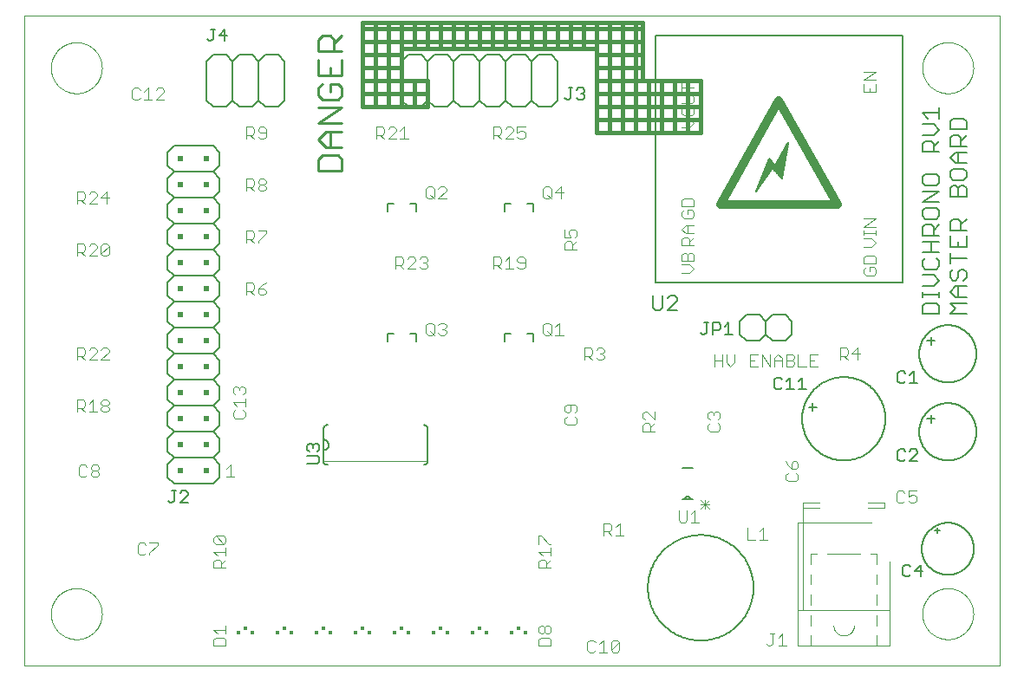
<source format=gto>
G75*
%MOIN*%
%OFA0B0*%
%FSLAX25Y25*%
%IPPOS*%
%LPD*%
%AMOC8*
5,1,8,0,0,1.08239X$1,22.5*
%
%ADD10C,0.00000*%
%ADD11C,0.00400*%
%ADD12C,0.01000*%
%ADD13C,0.01600*%
%ADD14C,0.00700*%
%ADD15C,0.00600*%
%ADD16C,0.00500*%
%ADD17C,0.00394*%
%ADD18C,0.00300*%
%ADD19C,0.00800*%
%ADD20R,0.02000X0.02000*%
%ADD21C,0.00200*%
%ADD22R,0.01280X0.01673*%
%ADD23R,0.01378X0.01378*%
%ADD24C,0.03200*%
D10*
X0011528Y0028933D02*
X0011528Y0278933D01*
X0386528Y0278933D01*
X0386528Y0028933D01*
X0011528Y0028933D01*
X0021728Y0048933D02*
X0021731Y0049174D01*
X0021740Y0049414D01*
X0021755Y0049654D01*
X0021775Y0049894D01*
X0021802Y0050133D01*
X0021834Y0050371D01*
X0021872Y0050608D01*
X0021916Y0050845D01*
X0021966Y0051080D01*
X0022022Y0051314D01*
X0022083Y0051547D01*
X0022150Y0051778D01*
X0022223Y0052007D01*
X0022301Y0052235D01*
X0022385Y0052460D01*
X0022474Y0052683D01*
X0022569Y0052904D01*
X0022669Y0053123D01*
X0022774Y0053339D01*
X0022885Y0053553D01*
X0023001Y0053763D01*
X0023122Y0053971D01*
X0023248Y0054176D01*
X0023380Y0054378D01*
X0023516Y0054576D01*
X0023657Y0054771D01*
X0023802Y0054962D01*
X0023952Y0055150D01*
X0024107Y0055334D01*
X0024267Y0055514D01*
X0024430Y0055690D01*
X0024598Y0055863D01*
X0024771Y0056031D01*
X0024947Y0056194D01*
X0025127Y0056354D01*
X0025311Y0056509D01*
X0025499Y0056659D01*
X0025690Y0056804D01*
X0025885Y0056945D01*
X0026083Y0057081D01*
X0026285Y0057213D01*
X0026490Y0057339D01*
X0026698Y0057460D01*
X0026908Y0057576D01*
X0027122Y0057687D01*
X0027338Y0057792D01*
X0027557Y0057892D01*
X0027778Y0057987D01*
X0028001Y0058076D01*
X0028226Y0058160D01*
X0028454Y0058238D01*
X0028683Y0058311D01*
X0028914Y0058378D01*
X0029147Y0058439D01*
X0029381Y0058495D01*
X0029616Y0058545D01*
X0029853Y0058589D01*
X0030090Y0058627D01*
X0030328Y0058659D01*
X0030567Y0058686D01*
X0030807Y0058706D01*
X0031047Y0058721D01*
X0031287Y0058730D01*
X0031528Y0058733D01*
X0031769Y0058730D01*
X0032009Y0058721D01*
X0032249Y0058706D01*
X0032489Y0058686D01*
X0032728Y0058659D01*
X0032966Y0058627D01*
X0033203Y0058589D01*
X0033440Y0058545D01*
X0033675Y0058495D01*
X0033909Y0058439D01*
X0034142Y0058378D01*
X0034373Y0058311D01*
X0034602Y0058238D01*
X0034830Y0058160D01*
X0035055Y0058076D01*
X0035278Y0057987D01*
X0035499Y0057892D01*
X0035718Y0057792D01*
X0035934Y0057687D01*
X0036148Y0057576D01*
X0036358Y0057460D01*
X0036566Y0057339D01*
X0036771Y0057213D01*
X0036973Y0057081D01*
X0037171Y0056945D01*
X0037366Y0056804D01*
X0037557Y0056659D01*
X0037745Y0056509D01*
X0037929Y0056354D01*
X0038109Y0056194D01*
X0038285Y0056031D01*
X0038458Y0055863D01*
X0038626Y0055690D01*
X0038789Y0055514D01*
X0038949Y0055334D01*
X0039104Y0055150D01*
X0039254Y0054962D01*
X0039399Y0054771D01*
X0039540Y0054576D01*
X0039676Y0054378D01*
X0039808Y0054176D01*
X0039934Y0053971D01*
X0040055Y0053763D01*
X0040171Y0053553D01*
X0040282Y0053339D01*
X0040387Y0053123D01*
X0040487Y0052904D01*
X0040582Y0052683D01*
X0040671Y0052460D01*
X0040755Y0052235D01*
X0040833Y0052007D01*
X0040906Y0051778D01*
X0040973Y0051547D01*
X0041034Y0051314D01*
X0041090Y0051080D01*
X0041140Y0050845D01*
X0041184Y0050608D01*
X0041222Y0050371D01*
X0041254Y0050133D01*
X0041281Y0049894D01*
X0041301Y0049654D01*
X0041316Y0049414D01*
X0041325Y0049174D01*
X0041328Y0048933D01*
X0041325Y0048692D01*
X0041316Y0048452D01*
X0041301Y0048212D01*
X0041281Y0047972D01*
X0041254Y0047733D01*
X0041222Y0047495D01*
X0041184Y0047258D01*
X0041140Y0047021D01*
X0041090Y0046786D01*
X0041034Y0046552D01*
X0040973Y0046319D01*
X0040906Y0046088D01*
X0040833Y0045859D01*
X0040755Y0045631D01*
X0040671Y0045406D01*
X0040582Y0045183D01*
X0040487Y0044962D01*
X0040387Y0044743D01*
X0040282Y0044527D01*
X0040171Y0044313D01*
X0040055Y0044103D01*
X0039934Y0043895D01*
X0039808Y0043690D01*
X0039676Y0043488D01*
X0039540Y0043290D01*
X0039399Y0043095D01*
X0039254Y0042904D01*
X0039104Y0042716D01*
X0038949Y0042532D01*
X0038789Y0042352D01*
X0038626Y0042176D01*
X0038458Y0042003D01*
X0038285Y0041835D01*
X0038109Y0041672D01*
X0037929Y0041512D01*
X0037745Y0041357D01*
X0037557Y0041207D01*
X0037366Y0041062D01*
X0037171Y0040921D01*
X0036973Y0040785D01*
X0036771Y0040653D01*
X0036566Y0040527D01*
X0036358Y0040406D01*
X0036148Y0040290D01*
X0035934Y0040179D01*
X0035718Y0040074D01*
X0035499Y0039974D01*
X0035278Y0039879D01*
X0035055Y0039790D01*
X0034830Y0039706D01*
X0034602Y0039628D01*
X0034373Y0039555D01*
X0034142Y0039488D01*
X0033909Y0039427D01*
X0033675Y0039371D01*
X0033440Y0039321D01*
X0033203Y0039277D01*
X0032966Y0039239D01*
X0032728Y0039207D01*
X0032489Y0039180D01*
X0032249Y0039160D01*
X0032009Y0039145D01*
X0031769Y0039136D01*
X0031528Y0039133D01*
X0031287Y0039136D01*
X0031047Y0039145D01*
X0030807Y0039160D01*
X0030567Y0039180D01*
X0030328Y0039207D01*
X0030090Y0039239D01*
X0029853Y0039277D01*
X0029616Y0039321D01*
X0029381Y0039371D01*
X0029147Y0039427D01*
X0028914Y0039488D01*
X0028683Y0039555D01*
X0028454Y0039628D01*
X0028226Y0039706D01*
X0028001Y0039790D01*
X0027778Y0039879D01*
X0027557Y0039974D01*
X0027338Y0040074D01*
X0027122Y0040179D01*
X0026908Y0040290D01*
X0026698Y0040406D01*
X0026490Y0040527D01*
X0026285Y0040653D01*
X0026083Y0040785D01*
X0025885Y0040921D01*
X0025690Y0041062D01*
X0025499Y0041207D01*
X0025311Y0041357D01*
X0025127Y0041512D01*
X0024947Y0041672D01*
X0024771Y0041835D01*
X0024598Y0042003D01*
X0024430Y0042176D01*
X0024267Y0042352D01*
X0024107Y0042532D01*
X0023952Y0042716D01*
X0023802Y0042904D01*
X0023657Y0043095D01*
X0023516Y0043290D01*
X0023380Y0043488D01*
X0023248Y0043690D01*
X0023122Y0043895D01*
X0023001Y0044103D01*
X0022885Y0044313D01*
X0022774Y0044527D01*
X0022669Y0044743D01*
X0022569Y0044962D01*
X0022474Y0045183D01*
X0022385Y0045406D01*
X0022301Y0045631D01*
X0022223Y0045859D01*
X0022150Y0046088D01*
X0022083Y0046319D01*
X0022022Y0046552D01*
X0021966Y0046786D01*
X0021916Y0047021D01*
X0021872Y0047258D01*
X0021834Y0047495D01*
X0021802Y0047733D01*
X0021775Y0047972D01*
X0021755Y0048212D01*
X0021740Y0048452D01*
X0021731Y0048692D01*
X0021728Y0048933D01*
X0021728Y0258933D02*
X0021731Y0259174D01*
X0021740Y0259414D01*
X0021755Y0259654D01*
X0021775Y0259894D01*
X0021802Y0260133D01*
X0021834Y0260371D01*
X0021872Y0260608D01*
X0021916Y0260845D01*
X0021966Y0261080D01*
X0022022Y0261314D01*
X0022083Y0261547D01*
X0022150Y0261778D01*
X0022223Y0262007D01*
X0022301Y0262235D01*
X0022385Y0262460D01*
X0022474Y0262683D01*
X0022569Y0262904D01*
X0022669Y0263123D01*
X0022774Y0263339D01*
X0022885Y0263553D01*
X0023001Y0263763D01*
X0023122Y0263971D01*
X0023248Y0264176D01*
X0023380Y0264378D01*
X0023516Y0264576D01*
X0023657Y0264771D01*
X0023802Y0264962D01*
X0023952Y0265150D01*
X0024107Y0265334D01*
X0024267Y0265514D01*
X0024430Y0265690D01*
X0024598Y0265863D01*
X0024771Y0266031D01*
X0024947Y0266194D01*
X0025127Y0266354D01*
X0025311Y0266509D01*
X0025499Y0266659D01*
X0025690Y0266804D01*
X0025885Y0266945D01*
X0026083Y0267081D01*
X0026285Y0267213D01*
X0026490Y0267339D01*
X0026698Y0267460D01*
X0026908Y0267576D01*
X0027122Y0267687D01*
X0027338Y0267792D01*
X0027557Y0267892D01*
X0027778Y0267987D01*
X0028001Y0268076D01*
X0028226Y0268160D01*
X0028454Y0268238D01*
X0028683Y0268311D01*
X0028914Y0268378D01*
X0029147Y0268439D01*
X0029381Y0268495D01*
X0029616Y0268545D01*
X0029853Y0268589D01*
X0030090Y0268627D01*
X0030328Y0268659D01*
X0030567Y0268686D01*
X0030807Y0268706D01*
X0031047Y0268721D01*
X0031287Y0268730D01*
X0031528Y0268733D01*
X0031769Y0268730D01*
X0032009Y0268721D01*
X0032249Y0268706D01*
X0032489Y0268686D01*
X0032728Y0268659D01*
X0032966Y0268627D01*
X0033203Y0268589D01*
X0033440Y0268545D01*
X0033675Y0268495D01*
X0033909Y0268439D01*
X0034142Y0268378D01*
X0034373Y0268311D01*
X0034602Y0268238D01*
X0034830Y0268160D01*
X0035055Y0268076D01*
X0035278Y0267987D01*
X0035499Y0267892D01*
X0035718Y0267792D01*
X0035934Y0267687D01*
X0036148Y0267576D01*
X0036358Y0267460D01*
X0036566Y0267339D01*
X0036771Y0267213D01*
X0036973Y0267081D01*
X0037171Y0266945D01*
X0037366Y0266804D01*
X0037557Y0266659D01*
X0037745Y0266509D01*
X0037929Y0266354D01*
X0038109Y0266194D01*
X0038285Y0266031D01*
X0038458Y0265863D01*
X0038626Y0265690D01*
X0038789Y0265514D01*
X0038949Y0265334D01*
X0039104Y0265150D01*
X0039254Y0264962D01*
X0039399Y0264771D01*
X0039540Y0264576D01*
X0039676Y0264378D01*
X0039808Y0264176D01*
X0039934Y0263971D01*
X0040055Y0263763D01*
X0040171Y0263553D01*
X0040282Y0263339D01*
X0040387Y0263123D01*
X0040487Y0262904D01*
X0040582Y0262683D01*
X0040671Y0262460D01*
X0040755Y0262235D01*
X0040833Y0262007D01*
X0040906Y0261778D01*
X0040973Y0261547D01*
X0041034Y0261314D01*
X0041090Y0261080D01*
X0041140Y0260845D01*
X0041184Y0260608D01*
X0041222Y0260371D01*
X0041254Y0260133D01*
X0041281Y0259894D01*
X0041301Y0259654D01*
X0041316Y0259414D01*
X0041325Y0259174D01*
X0041328Y0258933D01*
X0041325Y0258692D01*
X0041316Y0258452D01*
X0041301Y0258212D01*
X0041281Y0257972D01*
X0041254Y0257733D01*
X0041222Y0257495D01*
X0041184Y0257258D01*
X0041140Y0257021D01*
X0041090Y0256786D01*
X0041034Y0256552D01*
X0040973Y0256319D01*
X0040906Y0256088D01*
X0040833Y0255859D01*
X0040755Y0255631D01*
X0040671Y0255406D01*
X0040582Y0255183D01*
X0040487Y0254962D01*
X0040387Y0254743D01*
X0040282Y0254527D01*
X0040171Y0254313D01*
X0040055Y0254103D01*
X0039934Y0253895D01*
X0039808Y0253690D01*
X0039676Y0253488D01*
X0039540Y0253290D01*
X0039399Y0253095D01*
X0039254Y0252904D01*
X0039104Y0252716D01*
X0038949Y0252532D01*
X0038789Y0252352D01*
X0038626Y0252176D01*
X0038458Y0252003D01*
X0038285Y0251835D01*
X0038109Y0251672D01*
X0037929Y0251512D01*
X0037745Y0251357D01*
X0037557Y0251207D01*
X0037366Y0251062D01*
X0037171Y0250921D01*
X0036973Y0250785D01*
X0036771Y0250653D01*
X0036566Y0250527D01*
X0036358Y0250406D01*
X0036148Y0250290D01*
X0035934Y0250179D01*
X0035718Y0250074D01*
X0035499Y0249974D01*
X0035278Y0249879D01*
X0035055Y0249790D01*
X0034830Y0249706D01*
X0034602Y0249628D01*
X0034373Y0249555D01*
X0034142Y0249488D01*
X0033909Y0249427D01*
X0033675Y0249371D01*
X0033440Y0249321D01*
X0033203Y0249277D01*
X0032966Y0249239D01*
X0032728Y0249207D01*
X0032489Y0249180D01*
X0032249Y0249160D01*
X0032009Y0249145D01*
X0031769Y0249136D01*
X0031528Y0249133D01*
X0031287Y0249136D01*
X0031047Y0249145D01*
X0030807Y0249160D01*
X0030567Y0249180D01*
X0030328Y0249207D01*
X0030090Y0249239D01*
X0029853Y0249277D01*
X0029616Y0249321D01*
X0029381Y0249371D01*
X0029147Y0249427D01*
X0028914Y0249488D01*
X0028683Y0249555D01*
X0028454Y0249628D01*
X0028226Y0249706D01*
X0028001Y0249790D01*
X0027778Y0249879D01*
X0027557Y0249974D01*
X0027338Y0250074D01*
X0027122Y0250179D01*
X0026908Y0250290D01*
X0026698Y0250406D01*
X0026490Y0250527D01*
X0026285Y0250653D01*
X0026083Y0250785D01*
X0025885Y0250921D01*
X0025690Y0251062D01*
X0025499Y0251207D01*
X0025311Y0251357D01*
X0025127Y0251512D01*
X0024947Y0251672D01*
X0024771Y0251835D01*
X0024598Y0252003D01*
X0024430Y0252176D01*
X0024267Y0252352D01*
X0024107Y0252532D01*
X0023952Y0252716D01*
X0023802Y0252904D01*
X0023657Y0253095D01*
X0023516Y0253290D01*
X0023380Y0253488D01*
X0023248Y0253690D01*
X0023122Y0253895D01*
X0023001Y0254103D01*
X0022885Y0254313D01*
X0022774Y0254527D01*
X0022669Y0254743D01*
X0022569Y0254962D01*
X0022474Y0255183D01*
X0022385Y0255406D01*
X0022301Y0255631D01*
X0022223Y0255859D01*
X0022150Y0256088D01*
X0022083Y0256319D01*
X0022022Y0256552D01*
X0021966Y0256786D01*
X0021916Y0257021D01*
X0021872Y0257258D01*
X0021834Y0257495D01*
X0021802Y0257733D01*
X0021775Y0257972D01*
X0021755Y0258212D01*
X0021740Y0258452D01*
X0021731Y0258692D01*
X0021728Y0258933D01*
X0356728Y0258933D02*
X0356731Y0259174D01*
X0356740Y0259414D01*
X0356755Y0259654D01*
X0356775Y0259894D01*
X0356802Y0260133D01*
X0356834Y0260371D01*
X0356872Y0260608D01*
X0356916Y0260845D01*
X0356966Y0261080D01*
X0357022Y0261314D01*
X0357083Y0261547D01*
X0357150Y0261778D01*
X0357223Y0262007D01*
X0357301Y0262235D01*
X0357385Y0262460D01*
X0357474Y0262683D01*
X0357569Y0262904D01*
X0357669Y0263123D01*
X0357774Y0263339D01*
X0357885Y0263553D01*
X0358001Y0263763D01*
X0358122Y0263971D01*
X0358248Y0264176D01*
X0358380Y0264378D01*
X0358516Y0264576D01*
X0358657Y0264771D01*
X0358802Y0264962D01*
X0358952Y0265150D01*
X0359107Y0265334D01*
X0359267Y0265514D01*
X0359430Y0265690D01*
X0359598Y0265863D01*
X0359771Y0266031D01*
X0359947Y0266194D01*
X0360127Y0266354D01*
X0360311Y0266509D01*
X0360499Y0266659D01*
X0360690Y0266804D01*
X0360885Y0266945D01*
X0361083Y0267081D01*
X0361285Y0267213D01*
X0361490Y0267339D01*
X0361698Y0267460D01*
X0361908Y0267576D01*
X0362122Y0267687D01*
X0362338Y0267792D01*
X0362557Y0267892D01*
X0362778Y0267987D01*
X0363001Y0268076D01*
X0363226Y0268160D01*
X0363454Y0268238D01*
X0363683Y0268311D01*
X0363914Y0268378D01*
X0364147Y0268439D01*
X0364381Y0268495D01*
X0364616Y0268545D01*
X0364853Y0268589D01*
X0365090Y0268627D01*
X0365328Y0268659D01*
X0365567Y0268686D01*
X0365807Y0268706D01*
X0366047Y0268721D01*
X0366287Y0268730D01*
X0366528Y0268733D01*
X0366769Y0268730D01*
X0367009Y0268721D01*
X0367249Y0268706D01*
X0367489Y0268686D01*
X0367728Y0268659D01*
X0367966Y0268627D01*
X0368203Y0268589D01*
X0368440Y0268545D01*
X0368675Y0268495D01*
X0368909Y0268439D01*
X0369142Y0268378D01*
X0369373Y0268311D01*
X0369602Y0268238D01*
X0369830Y0268160D01*
X0370055Y0268076D01*
X0370278Y0267987D01*
X0370499Y0267892D01*
X0370718Y0267792D01*
X0370934Y0267687D01*
X0371148Y0267576D01*
X0371358Y0267460D01*
X0371566Y0267339D01*
X0371771Y0267213D01*
X0371973Y0267081D01*
X0372171Y0266945D01*
X0372366Y0266804D01*
X0372557Y0266659D01*
X0372745Y0266509D01*
X0372929Y0266354D01*
X0373109Y0266194D01*
X0373285Y0266031D01*
X0373458Y0265863D01*
X0373626Y0265690D01*
X0373789Y0265514D01*
X0373949Y0265334D01*
X0374104Y0265150D01*
X0374254Y0264962D01*
X0374399Y0264771D01*
X0374540Y0264576D01*
X0374676Y0264378D01*
X0374808Y0264176D01*
X0374934Y0263971D01*
X0375055Y0263763D01*
X0375171Y0263553D01*
X0375282Y0263339D01*
X0375387Y0263123D01*
X0375487Y0262904D01*
X0375582Y0262683D01*
X0375671Y0262460D01*
X0375755Y0262235D01*
X0375833Y0262007D01*
X0375906Y0261778D01*
X0375973Y0261547D01*
X0376034Y0261314D01*
X0376090Y0261080D01*
X0376140Y0260845D01*
X0376184Y0260608D01*
X0376222Y0260371D01*
X0376254Y0260133D01*
X0376281Y0259894D01*
X0376301Y0259654D01*
X0376316Y0259414D01*
X0376325Y0259174D01*
X0376328Y0258933D01*
X0376325Y0258692D01*
X0376316Y0258452D01*
X0376301Y0258212D01*
X0376281Y0257972D01*
X0376254Y0257733D01*
X0376222Y0257495D01*
X0376184Y0257258D01*
X0376140Y0257021D01*
X0376090Y0256786D01*
X0376034Y0256552D01*
X0375973Y0256319D01*
X0375906Y0256088D01*
X0375833Y0255859D01*
X0375755Y0255631D01*
X0375671Y0255406D01*
X0375582Y0255183D01*
X0375487Y0254962D01*
X0375387Y0254743D01*
X0375282Y0254527D01*
X0375171Y0254313D01*
X0375055Y0254103D01*
X0374934Y0253895D01*
X0374808Y0253690D01*
X0374676Y0253488D01*
X0374540Y0253290D01*
X0374399Y0253095D01*
X0374254Y0252904D01*
X0374104Y0252716D01*
X0373949Y0252532D01*
X0373789Y0252352D01*
X0373626Y0252176D01*
X0373458Y0252003D01*
X0373285Y0251835D01*
X0373109Y0251672D01*
X0372929Y0251512D01*
X0372745Y0251357D01*
X0372557Y0251207D01*
X0372366Y0251062D01*
X0372171Y0250921D01*
X0371973Y0250785D01*
X0371771Y0250653D01*
X0371566Y0250527D01*
X0371358Y0250406D01*
X0371148Y0250290D01*
X0370934Y0250179D01*
X0370718Y0250074D01*
X0370499Y0249974D01*
X0370278Y0249879D01*
X0370055Y0249790D01*
X0369830Y0249706D01*
X0369602Y0249628D01*
X0369373Y0249555D01*
X0369142Y0249488D01*
X0368909Y0249427D01*
X0368675Y0249371D01*
X0368440Y0249321D01*
X0368203Y0249277D01*
X0367966Y0249239D01*
X0367728Y0249207D01*
X0367489Y0249180D01*
X0367249Y0249160D01*
X0367009Y0249145D01*
X0366769Y0249136D01*
X0366528Y0249133D01*
X0366287Y0249136D01*
X0366047Y0249145D01*
X0365807Y0249160D01*
X0365567Y0249180D01*
X0365328Y0249207D01*
X0365090Y0249239D01*
X0364853Y0249277D01*
X0364616Y0249321D01*
X0364381Y0249371D01*
X0364147Y0249427D01*
X0363914Y0249488D01*
X0363683Y0249555D01*
X0363454Y0249628D01*
X0363226Y0249706D01*
X0363001Y0249790D01*
X0362778Y0249879D01*
X0362557Y0249974D01*
X0362338Y0250074D01*
X0362122Y0250179D01*
X0361908Y0250290D01*
X0361698Y0250406D01*
X0361490Y0250527D01*
X0361285Y0250653D01*
X0361083Y0250785D01*
X0360885Y0250921D01*
X0360690Y0251062D01*
X0360499Y0251207D01*
X0360311Y0251357D01*
X0360127Y0251512D01*
X0359947Y0251672D01*
X0359771Y0251835D01*
X0359598Y0252003D01*
X0359430Y0252176D01*
X0359267Y0252352D01*
X0359107Y0252532D01*
X0358952Y0252716D01*
X0358802Y0252904D01*
X0358657Y0253095D01*
X0358516Y0253290D01*
X0358380Y0253488D01*
X0358248Y0253690D01*
X0358122Y0253895D01*
X0358001Y0254103D01*
X0357885Y0254313D01*
X0357774Y0254527D01*
X0357669Y0254743D01*
X0357569Y0254962D01*
X0357474Y0255183D01*
X0357385Y0255406D01*
X0357301Y0255631D01*
X0357223Y0255859D01*
X0357150Y0256088D01*
X0357083Y0256319D01*
X0357022Y0256552D01*
X0356966Y0256786D01*
X0356916Y0257021D01*
X0356872Y0257258D01*
X0356834Y0257495D01*
X0356802Y0257733D01*
X0356775Y0257972D01*
X0356755Y0258212D01*
X0356740Y0258452D01*
X0356731Y0258692D01*
X0356728Y0258933D01*
X0356728Y0048933D02*
X0356731Y0049174D01*
X0356740Y0049414D01*
X0356755Y0049654D01*
X0356775Y0049894D01*
X0356802Y0050133D01*
X0356834Y0050371D01*
X0356872Y0050608D01*
X0356916Y0050845D01*
X0356966Y0051080D01*
X0357022Y0051314D01*
X0357083Y0051547D01*
X0357150Y0051778D01*
X0357223Y0052007D01*
X0357301Y0052235D01*
X0357385Y0052460D01*
X0357474Y0052683D01*
X0357569Y0052904D01*
X0357669Y0053123D01*
X0357774Y0053339D01*
X0357885Y0053553D01*
X0358001Y0053763D01*
X0358122Y0053971D01*
X0358248Y0054176D01*
X0358380Y0054378D01*
X0358516Y0054576D01*
X0358657Y0054771D01*
X0358802Y0054962D01*
X0358952Y0055150D01*
X0359107Y0055334D01*
X0359267Y0055514D01*
X0359430Y0055690D01*
X0359598Y0055863D01*
X0359771Y0056031D01*
X0359947Y0056194D01*
X0360127Y0056354D01*
X0360311Y0056509D01*
X0360499Y0056659D01*
X0360690Y0056804D01*
X0360885Y0056945D01*
X0361083Y0057081D01*
X0361285Y0057213D01*
X0361490Y0057339D01*
X0361698Y0057460D01*
X0361908Y0057576D01*
X0362122Y0057687D01*
X0362338Y0057792D01*
X0362557Y0057892D01*
X0362778Y0057987D01*
X0363001Y0058076D01*
X0363226Y0058160D01*
X0363454Y0058238D01*
X0363683Y0058311D01*
X0363914Y0058378D01*
X0364147Y0058439D01*
X0364381Y0058495D01*
X0364616Y0058545D01*
X0364853Y0058589D01*
X0365090Y0058627D01*
X0365328Y0058659D01*
X0365567Y0058686D01*
X0365807Y0058706D01*
X0366047Y0058721D01*
X0366287Y0058730D01*
X0366528Y0058733D01*
X0366769Y0058730D01*
X0367009Y0058721D01*
X0367249Y0058706D01*
X0367489Y0058686D01*
X0367728Y0058659D01*
X0367966Y0058627D01*
X0368203Y0058589D01*
X0368440Y0058545D01*
X0368675Y0058495D01*
X0368909Y0058439D01*
X0369142Y0058378D01*
X0369373Y0058311D01*
X0369602Y0058238D01*
X0369830Y0058160D01*
X0370055Y0058076D01*
X0370278Y0057987D01*
X0370499Y0057892D01*
X0370718Y0057792D01*
X0370934Y0057687D01*
X0371148Y0057576D01*
X0371358Y0057460D01*
X0371566Y0057339D01*
X0371771Y0057213D01*
X0371973Y0057081D01*
X0372171Y0056945D01*
X0372366Y0056804D01*
X0372557Y0056659D01*
X0372745Y0056509D01*
X0372929Y0056354D01*
X0373109Y0056194D01*
X0373285Y0056031D01*
X0373458Y0055863D01*
X0373626Y0055690D01*
X0373789Y0055514D01*
X0373949Y0055334D01*
X0374104Y0055150D01*
X0374254Y0054962D01*
X0374399Y0054771D01*
X0374540Y0054576D01*
X0374676Y0054378D01*
X0374808Y0054176D01*
X0374934Y0053971D01*
X0375055Y0053763D01*
X0375171Y0053553D01*
X0375282Y0053339D01*
X0375387Y0053123D01*
X0375487Y0052904D01*
X0375582Y0052683D01*
X0375671Y0052460D01*
X0375755Y0052235D01*
X0375833Y0052007D01*
X0375906Y0051778D01*
X0375973Y0051547D01*
X0376034Y0051314D01*
X0376090Y0051080D01*
X0376140Y0050845D01*
X0376184Y0050608D01*
X0376222Y0050371D01*
X0376254Y0050133D01*
X0376281Y0049894D01*
X0376301Y0049654D01*
X0376316Y0049414D01*
X0376325Y0049174D01*
X0376328Y0048933D01*
X0376325Y0048692D01*
X0376316Y0048452D01*
X0376301Y0048212D01*
X0376281Y0047972D01*
X0376254Y0047733D01*
X0376222Y0047495D01*
X0376184Y0047258D01*
X0376140Y0047021D01*
X0376090Y0046786D01*
X0376034Y0046552D01*
X0375973Y0046319D01*
X0375906Y0046088D01*
X0375833Y0045859D01*
X0375755Y0045631D01*
X0375671Y0045406D01*
X0375582Y0045183D01*
X0375487Y0044962D01*
X0375387Y0044743D01*
X0375282Y0044527D01*
X0375171Y0044313D01*
X0375055Y0044103D01*
X0374934Y0043895D01*
X0374808Y0043690D01*
X0374676Y0043488D01*
X0374540Y0043290D01*
X0374399Y0043095D01*
X0374254Y0042904D01*
X0374104Y0042716D01*
X0373949Y0042532D01*
X0373789Y0042352D01*
X0373626Y0042176D01*
X0373458Y0042003D01*
X0373285Y0041835D01*
X0373109Y0041672D01*
X0372929Y0041512D01*
X0372745Y0041357D01*
X0372557Y0041207D01*
X0372366Y0041062D01*
X0372171Y0040921D01*
X0371973Y0040785D01*
X0371771Y0040653D01*
X0371566Y0040527D01*
X0371358Y0040406D01*
X0371148Y0040290D01*
X0370934Y0040179D01*
X0370718Y0040074D01*
X0370499Y0039974D01*
X0370278Y0039879D01*
X0370055Y0039790D01*
X0369830Y0039706D01*
X0369602Y0039628D01*
X0369373Y0039555D01*
X0369142Y0039488D01*
X0368909Y0039427D01*
X0368675Y0039371D01*
X0368440Y0039321D01*
X0368203Y0039277D01*
X0367966Y0039239D01*
X0367728Y0039207D01*
X0367489Y0039180D01*
X0367249Y0039160D01*
X0367009Y0039145D01*
X0366769Y0039136D01*
X0366528Y0039133D01*
X0366287Y0039136D01*
X0366047Y0039145D01*
X0365807Y0039160D01*
X0365567Y0039180D01*
X0365328Y0039207D01*
X0365090Y0039239D01*
X0364853Y0039277D01*
X0364616Y0039321D01*
X0364381Y0039371D01*
X0364147Y0039427D01*
X0363914Y0039488D01*
X0363683Y0039555D01*
X0363454Y0039628D01*
X0363226Y0039706D01*
X0363001Y0039790D01*
X0362778Y0039879D01*
X0362557Y0039974D01*
X0362338Y0040074D01*
X0362122Y0040179D01*
X0361908Y0040290D01*
X0361698Y0040406D01*
X0361490Y0040527D01*
X0361285Y0040653D01*
X0361083Y0040785D01*
X0360885Y0040921D01*
X0360690Y0041062D01*
X0360499Y0041207D01*
X0360311Y0041357D01*
X0360127Y0041512D01*
X0359947Y0041672D01*
X0359771Y0041835D01*
X0359598Y0042003D01*
X0359430Y0042176D01*
X0359267Y0042352D01*
X0359107Y0042532D01*
X0358952Y0042716D01*
X0358802Y0042904D01*
X0358657Y0043095D01*
X0358516Y0043290D01*
X0358380Y0043488D01*
X0358248Y0043690D01*
X0358122Y0043895D01*
X0358001Y0044103D01*
X0357885Y0044313D01*
X0357774Y0044527D01*
X0357669Y0044743D01*
X0357569Y0044962D01*
X0357474Y0045183D01*
X0357385Y0045406D01*
X0357301Y0045631D01*
X0357223Y0045859D01*
X0357150Y0046088D01*
X0357083Y0046319D01*
X0357022Y0046552D01*
X0356966Y0046786D01*
X0356916Y0047021D01*
X0356872Y0047258D01*
X0356834Y0047495D01*
X0356802Y0047733D01*
X0356775Y0047972D01*
X0356755Y0048212D01*
X0356740Y0048452D01*
X0356731Y0048692D01*
X0356728Y0048933D01*
D11*
X0304402Y0036633D02*
X0301332Y0036633D01*
X0302867Y0036633D02*
X0302867Y0041237D01*
X0301332Y0039702D01*
X0299798Y0041237D02*
X0298263Y0041237D01*
X0299030Y0041237D02*
X0299030Y0037400D01*
X0298263Y0036633D01*
X0297496Y0036633D01*
X0296728Y0037400D01*
X0240194Y0037970D02*
X0240194Y0034900D01*
X0239426Y0034133D01*
X0237892Y0034133D01*
X0237124Y0034900D01*
X0240194Y0037970D01*
X0239426Y0038737D01*
X0237892Y0038737D01*
X0237124Y0037970D01*
X0237124Y0034900D01*
X0235590Y0034133D02*
X0232520Y0034133D01*
X0234055Y0034133D02*
X0234055Y0038737D01*
X0232520Y0037202D01*
X0230986Y0037970D02*
X0230219Y0038737D01*
X0228684Y0038737D01*
X0227917Y0037970D01*
X0227917Y0034900D01*
X0228684Y0034133D01*
X0230219Y0034133D01*
X0230986Y0034900D01*
X0213828Y0036633D02*
X0213828Y0038935D01*
X0213061Y0039702D01*
X0209992Y0039702D01*
X0209224Y0038935D01*
X0209224Y0036633D01*
X0213828Y0036633D01*
X0213061Y0041237D02*
X0212294Y0041237D01*
X0211526Y0042004D01*
X0211526Y0043539D01*
X0212294Y0044306D01*
X0213061Y0044306D01*
X0213828Y0043539D01*
X0213828Y0042004D01*
X0213061Y0041237D01*
X0211526Y0042004D02*
X0210759Y0041237D01*
X0209992Y0041237D01*
X0209224Y0042004D01*
X0209224Y0043539D01*
X0209992Y0044306D01*
X0210759Y0044306D01*
X0211526Y0043539D01*
X0212294Y0066633D02*
X0212294Y0068935D01*
X0211526Y0069702D01*
X0209992Y0069702D01*
X0209224Y0068935D01*
X0209224Y0066633D01*
X0213828Y0066633D01*
X0212294Y0068168D02*
X0213828Y0069702D01*
X0213828Y0071237D02*
X0213828Y0074306D01*
X0213828Y0072772D02*
X0209224Y0072772D01*
X0210759Y0071237D01*
X0209224Y0075841D02*
X0209224Y0078910D01*
X0209992Y0078910D01*
X0213061Y0075841D01*
X0213828Y0075841D01*
X0234228Y0079133D02*
X0234228Y0083737D01*
X0236530Y0083737D01*
X0237298Y0082970D01*
X0237298Y0081435D01*
X0236530Y0080668D01*
X0234228Y0080668D01*
X0235763Y0080668D02*
X0237298Y0079133D01*
X0238832Y0079133D02*
X0241902Y0079133D01*
X0240367Y0079133D02*
X0240367Y0083737D01*
X0238832Y0082202D01*
X0263128Y0084900D02*
X0263896Y0084133D01*
X0265430Y0084133D01*
X0266198Y0084900D01*
X0266198Y0088737D01*
X0267732Y0087202D02*
X0269267Y0088737D01*
X0269267Y0084133D01*
X0267732Y0084133D02*
X0270802Y0084133D01*
X0263128Y0084900D02*
X0263128Y0088737D01*
X0289402Y0082111D02*
X0289402Y0077507D01*
X0292471Y0077507D01*
X0294005Y0077507D02*
X0297075Y0077507D01*
X0295540Y0077507D02*
X0295540Y0082111D01*
X0294005Y0080576D01*
X0304992Y0099925D02*
X0308061Y0099925D01*
X0308828Y0100693D01*
X0308828Y0102227D01*
X0308061Y0102994D01*
X0308061Y0104529D02*
X0306526Y0104529D01*
X0306526Y0106831D01*
X0307294Y0107598D01*
X0308061Y0107598D01*
X0308828Y0106831D01*
X0308828Y0105296D01*
X0308061Y0104529D01*
X0306526Y0104529D02*
X0304992Y0106064D01*
X0304224Y0107598D01*
X0304992Y0102994D02*
X0304224Y0102227D01*
X0304224Y0100693D01*
X0304992Y0099925D01*
X0278828Y0119900D02*
X0278828Y0121435D01*
X0278061Y0122202D01*
X0278061Y0123737D02*
X0278828Y0124504D01*
X0278828Y0126039D01*
X0278061Y0126806D01*
X0277294Y0126806D01*
X0276526Y0126039D01*
X0276526Y0125272D01*
X0276526Y0126039D02*
X0275759Y0126806D01*
X0274992Y0126806D01*
X0274224Y0126039D01*
X0274224Y0124504D01*
X0274992Y0123737D01*
X0274992Y0122202D02*
X0274224Y0121435D01*
X0274224Y0119900D01*
X0274992Y0119133D01*
X0278061Y0119133D01*
X0278828Y0119900D01*
X0253828Y0119133D02*
X0249224Y0119133D01*
X0249224Y0121435D01*
X0249992Y0122202D01*
X0251526Y0122202D01*
X0252294Y0121435D01*
X0252294Y0119133D01*
X0252294Y0120668D02*
X0253828Y0122202D01*
X0253828Y0123737D02*
X0250759Y0126806D01*
X0249992Y0126806D01*
X0249224Y0126039D01*
X0249224Y0124504D01*
X0249992Y0123737D01*
X0253828Y0123737D02*
X0253828Y0126806D01*
X0276728Y0144133D02*
X0276728Y0148737D01*
X0276728Y0146435D02*
X0279798Y0146435D01*
X0281332Y0145668D02*
X0281332Y0148737D01*
X0279798Y0148737D02*
X0279798Y0144133D01*
X0281332Y0145668D02*
X0282867Y0144133D01*
X0284402Y0145668D01*
X0284402Y0148737D01*
X0290540Y0148737D02*
X0290540Y0144133D01*
X0293609Y0144133D01*
X0295144Y0144133D02*
X0295144Y0148737D01*
X0298213Y0144133D01*
X0298213Y0148737D01*
X0299748Y0147202D02*
X0299748Y0144133D01*
X0299748Y0146435D02*
X0302817Y0146435D01*
X0302817Y0147202D02*
X0302817Y0144133D01*
X0304352Y0144133D02*
X0306654Y0144133D01*
X0307421Y0144900D01*
X0307421Y0145668D01*
X0306654Y0146435D01*
X0304352Y0146435D01*
X0302817Y0147202D02*
X0301283Y0148737D01*
X0299748Y0147202D01*
X0304352Y0148737D02*
X0304352Y0144133D01*
X0306654Y0146435D02*
X0307421Y0147202D01*
X0307421Y0147970D01*
X0306654Y0148737D01*
X0304352Y0148737D01*
X0308956Y0148737D02*
X0308956Y0144133D01*
X0312025Y0144133D01*
X0313560Y0144133D02*
X0316629Y0144133D01*
X0315094Y0146435D02*
X0313560Y0146435D01*
X0313560Y0148737D02*
X0313560Y0144133D01*
X0313560Y0148737D02*
X0316629Y0148737D01*
X0325020Y0148168D02*
X0327322Y0148168D01*
X0328090Y0148935D01*
X0328090Y0150470D01*
X0327322Y0151237D01*
X0325020Y0151237D01*
X0325020Y0146633D01*
X0326555Y0148168D02*
X0328090Y0146633D01*
X0329624Y0148935D02*
X0332694Y0148935D01*
X0331926Y0146633D02*
X0331926Y0151237D01*
X0329624Y0148935D01*
X0293609Y0148737D02*
X0290540Y0148737D01*
X0290540Y0146435D02*
X0292075Y0146435D01*
X0334224Y0179900D02*
X0334992Y0179133D01*
X0338061Y0179133D01*
X0338828Y0179900D01*
X0338828Y0181435D01*
X0338061Y0182202D01*
X0336526Y0182202D01*
X0336526Y0180668D01*
X0334992Y0182202D02*
X0334224Y0181435D01*
X0334224Y0179900D01*
X0334224Y0183737D02*
X0334224Y0186039D01*
X0334992Y0186806D01*
X0338061Y0186806D01*
X0338828Y0186039D01*
X0338828Y0183737D01*
X0334224Y0183737D01*
X0334224Y0190133D02*
X0337294Y0190133D01*
X0338828Y0191668D01*
X0337294Y0193202D01*
X0334224Y0193202D01*
X0334224Y0194737D02*
X0334224Y0196272D01*
X0334224Y0195504D02*
X0338828Y0195504D01*
X0338828Y0194737D02*
X0338828Y0196272D01*
X0338828Y0197806D02*
X0334224Y0197806D01*
X0338828Y0200876D01*
X0334224Y0200876D01*
X0268828Y0201900D02*
X0268828Y0203435D01*
X0268061Y0204202D01*
X0266526Y0204202D01*
X0266526Y0202668D01*
X0264992Y0204202D02*
X0264224Y0203435D01*
X0264224Y0201900D01*
X0264992Y0201133D01*
X0268061Y0201133D01*
X0268828Y0201900D01*
X0268828Y0198306D02*
X0265759Y0198306D01*
X0264224Y0196772D01*
X0265759Y0195237D01*
X0268828Y0195237D01*
X0268828Y0193702D02*
X0267294Y0192168D01*
X0267294Y0192935D02*
X0267294Y0190633D01*
X0268828Y0190633D02*
X0264224Y0190633D01*
X0264224Y0192935D01*
X0264992Y0193702D01*
X0266526Y0193702D01*
X0267294Y0192935D01*
X0266526Y0195237D02*
X0266526Y0198306D01*
X0264224Y0205737D02*
X0264224Y0208039D01*
X0264992Y0208806D01*
X0268061Y0208806D01*
X0268828Y0208039D01*
X0268828Y0205737D01*
X0264224Y0205737D01*
X0264992Y0187806D02*
X0264224Y0187039D01*
X0264224Y0184737D01*
X0268828Y0184737D01*
X0268828Y0187039D01*
X0268061Y0187806D01*
X0267294Y0187806D01*
X0266526Y0187039D01*
X0266526Y0184737D01*
X0267294Y0183202D02*
X0264224Y0183202D01*
X0264224Y0180133D02*
X0267294Y0180133D01*
X0268828Y0181668D01*
X0267294Y0183202D01*
X0266526Y0187039D02*
X0265759Y0187806D01*
X0264992Y0187806D01*
X0223828Y0189133D02*
X0219224Y0189133D01*
X0219224Y0191435D01*
X0219992Y0192202D01*
X0221526Y0192202D01*
X0222294Y0191435D01*
X0222294Y0189133D01*
X0222294Y0190668D02*
X0223828Y0192202D01*
X0223061Y0193737D02*
X0223828Y0194504D01*
X0223828Y0196039D01*
X0223061Y0196806D01*
X0221526Y0196806D01*
X0220759Y0196039D01*
X0220759Y0195272D01*
X0221526Y0193737D01*
X0219224Y0193737D01*
X0219224Y0196806D01*
X0217884Y0208633D02*
X0217884Y0213237D01*
X0215582Y0210935D01*
X0218652Y0210935D01*
X0214048Y0209400D02*
X0213280Y0208633D01*
X0211746Y0208633D01*
X0210978Y0209400D01*
X0210978Y0212470D01*
X0211746Y0213237D01*
X0213280Y0213237D01*
X0214048Y0212470D01*
X0214048Y0209400D01*
X0214048Y0208633D02*
X0212513Y0210168D01*
X0203238Y0231633D02*
X0201704Y0231633D01*
X0200936Y0232400D01*
X0200936Y0233935D02*
X0202471Y0234702D01*
X0203238Y0234702D01*
X0204005Y0233935D01*
X0204005Y0232400D01*
X0203238Y0231633D01*
X0200936Y0233935D02*
X0200936Y0236237D01*
X0204005Y0236237D01*
X0199402Y0235470D02*
X0198634Y0236237D01*
X0197100Y0236237D01*
X0196332Y0235470D01*
X0194798Y0235470D02*
X0194798Y0233935D01*
X0194030Y0233168D01*
X0191728Y0233168D01*
X0191728Y0231633D02*
X0191728Y0236237D01*
X0194030Y0236237D01*
X0194798Y0235470D01*
X0193263Y0233168D02*
X0194798Y0231633D01*
X0196332Y0231633D02*
X0199402Y0234702D01*
X0199402Y0235470D01*
X0199402Y0231633D02*
X0196332Y0231633D01*
X0173652Y0212470D02*
X0172884Y0213237D01*
X0171350Y0213237D01*
X0170582Y0212470D01*
X0169048Y0212470D02*
X0169048Y0209400D01*
X0168280Y0208633D01*
X0166746Y0208633D01*
X0165978Y0209400D01*
X0165978Y0212470D01*
X0166746Y0213237D01*
X0168280Y0213237D01*
X0169048Y0212470D01*
X0167513Y0210168D02*
X0169048Y0208633D01*
X0170582Y0208633D02*
X0173652Y0211702D01*
X0173652Y0212470D01*
X0173652Y0208633D02*
X0170582Y0208633D01*
X0165738Y0186237D02*
X0166505Y0185470D01*
X0166505Y0184702D01*
X0165738Y0183935D01*
X0166505Y0183168D01*
X0166505Y0182400D01*
X0165738Y0181633D01*
X0164204Y0181633D01*
X0163436Y0182400D01*
X0161902Y0181633D02*
X0158832Y0181633D01*
X0161902Y0184702D01*
X0161902Y0185470D01*
X0161134Y0186237D01*
X0159600Y0186237D01*
X0158832Y0185470D01*
X0157298Y0185470D02*
X0157298Y0183935D01*
X0156530Y0183168D01*
X0154228Y0183168D01*
X0154228Y0181633D02*
X0154228Y0186237D01*
X0156530Y0186237D01*
X0157298Y0185470D01*
X0155763Y0183168D02*
X0157298Y0181633D01*
X0163436Y0185470D02*
X0164204Y0186237D01*
X0165738Y0186237D01*
X0165738Y0183935D02*
X0164971Y0183935D01*
X0191728Y0183168D02*
X0194030Y0183168D01*
X0194798Y0183935D01*
X0194798Y0185470D01*
X0194030Y0186237D01*
X0191728Y0186237D01*
X0191728Y0181633D01*
X0193263Y0183168D02*
X0194798Y0181633D01*
X0196332Y0181633D02*
X0199402Y0181633D01*
X0197867Y0181633D02*
X0197867Y0186237D01*
X0196332Y0184702D01*
X0200936Y0184702D02*
X0200936Y0185470D01*
X0201704Y0186237D01*
X0203238Y0186237D01*
X0204005Y0185470D01*
X0204005Y0182400D01*
X0203238Y0181633D01*
X0201704Y0181633D01*
X0200936Y0182400D01*
X0201704Y0183935D02*
X0204005Y0183935D01*
X0201704Y0183935D02*
X0200936Y0184702D01*
X0211746Y0160737D02*
X0213280Y0160737D01*
X0214048Y0159970D01*
X0214048Y0156900D01*
X0213280Y0156133D01*
X0211746Y0156133D01*
X0210978Y0156900D01*
X0210978Y0159970D01*
X0211746Y0160737D01*
X0212513Y0157668D02*
X0214048Y0156133D01*
X0215582Y0156133D02*
X0218652Y0156133D01*
X0217117Y0156133D02*
X0217117Y0160737D01*
X0215582Y0159202D01*
X0226728Y0151237D02*
X0229030Y0151237D01*
X0229798Y0150470D01*
X0229798Y0148935D01*
X0229030Y0148168D01*
X0226728Y0148168D01*
X0226728Y0146633D02*
X0226728Y0151237D01*
X0228263Y0148168D02*
X0229798Y0146633D01*
X0231332Y0147400D02*
X0232100Y0146633D01*
X0233634Y0146633D01*
X0234402Y0147400D01*
X0234402Y0148168D01*
X0233634Y0148935D01*
X0232867Y0148935D01*
X0233634Y0148935D02*
X0234402Y0149702D01*
X0234402Y0150470D01*
X0233634Y0151237D01*
X0232100Y0151237D01*
X0231332Y0150470D01*
X0223061Y0129306D02*
X0219992Y0129306D01*
X0219224Y0128539D01*
X0219224Y0127004D01*
X0219992Y0126237D01*
X0220759Y0126237D01*
X0221526Y0127004D01*
X0221526Y0129306D01*
X0223061Y0129306D02*
X0223828Y0128539D01*
X0223828Y0127004D01*
X0223061Y0126237D01*
X0223061Y0124702D02*
X0223828Y0123935D01*
X0223828Y0122400D01*
X0223061Y0121633D01*
X0219992Y0121633D01*
X0219224Y0122400D01*
X0219224Y0123935D01*
X0219992Y0124702D01*
X0173652Y0156900D02*
X0172884Y0156133D01*
X0171350Y0156133D01*
X0170582Y0156900D01*
X0169048Y0156900D02*
X0168280Y0156133D01*
X0166746Y0156133D01*
X0165978Y0156900D01*
X0165978Y0159970D01*
X0166746Y0160737D01*
X0168280Y0160737D01*
X0169048Y0159970D01*
X0169048Y0156900D01*
X0169048Y0156133D02*
X0167513Y0157668D01*
X0170582Y0159970D02*
X0171350Y0160737D01*
X0172884Y0160737D01*
X0173652Y0159970D01*
X0173652Y0159202D01*
X0172884Y0158435D01*
X0173652Y0157668D01*
X0173652Y0156900D01*
X0172884Y0158435D02*
X0172117Y0158435D01*
X0104402Y0172400D02*
X0104402Y0173168D01*
X0103634Y0173935D01*
X0101332Y0173935D01*
X0101332Y0172400D01*
X0102100Y0171633D01*
X0103634Y0171633D01*
X0104402Y0172400D01*
X0102867Y0175470D02*
X0101332Y0173935D01*
X0099798Y0173935D02*
X0099798Y0175470D01*
X0099030Y0176237D01*
X0096728Y0176237D01*
X0096728Y0171633D01*
X0096728Y0173168D02*
X0099030Y0173168D01*
X0099798Y0173935D01*
X0098263Y0173168D02*
X0099798Y0171633D01*
X0102867Y0175470D02*
X0104402Y0176237D01*
X0101332Y0191633D02*
X0101332Y0192400D01*
X0104402Y0195470D01*
X0104402Y0196237D01*
X0101332Y0196237D01*
X0099798Y0195470D02*
X0099798Y0193935D01*
X0099030Y0193168D01*
X0096728Y0193168D01*
X0096728Y0191633D02*
X0096728Y0196237D01*
X0099030Y0196237D01*
X0099798Y0195470D01*
X0098263Y0193168D02*
X0099798Y0191633D01*
X0099798Y0211633D02*
X0098263Y0213168D01*
X0099030Y0213168D02*
X0096728Y0213168D01*
X0096728Y0211633D02*
X0096728Y0216237D01*
X0099030Y0216237D01*
X0099798Y0215470D01*
X0099798Y0213935D01*
X0099030Y0213168D01*
X0101332Y0213168D02*
X0102100Y0213935D01*
X0103634Y0213935D01*
X0104402Y0213168D01*
X0104402Y0212400D01*
X0103634Y0211633D01*
X0102100Y0211633D01*
X0101332Y0212400D01*
X0101332Y0213168D01*
X0102100Y0213935D02*
X0101332Y0214702D01*
X0101332Y0215470D01*
X0102100Y0216237D01*
X0103634Y0216237D01*
X0104402Y0215470D01*
X0104402Y0214702D01*
X0103634Y0213935D01*
X0103634Y0231633D02*
X0104402Y0232400D01*
X0104402Y0235470D01*
X0103634Y0236237D01*
X0102100Y0236237D01*
X0101332Y0235470D01*
X0101332Y0234702D01*
X0102100Y0233935D01*
X0104402Y0233935D01*
X0103634Y0231633D02*
X0102100Y0231633D01*
X0101332Y0232400D01*
X0099798Y0231633D02*
X0098263Y0233168D01*
X0099030Y0233168D02*
X0096728Y0233168D01*
X0096728Y0231633D02*
X0096728Y0236237D01*
X0099030Y0236237D01*
X0099798Y0235470D01*
X0099798Y0233935D01*
X0099030Y0233168D01*
X0065194Y0246633D02*
X0062124Y0246633D01*
X0065194Y0249702D01*
X0065194Y0250470D01*
X0064426Y0251237D01*
X0062892Y0251237D01*
X0062124Y0250470D01*
X0059055Y0251237D02*
X0059055Y0246633D01*
X0057520Y0246633D02*
X0060590Y0246633D01*
X0057520Y0249702D02*
X0059055Y0251237D01*
X0055986Y0250470D02*
X0055219Y0251237D01*
X0053684Y0251237D01*
X0052917Y0250470D01*
X0052917Y0247400D01*
X0053684Y0246633D01*
X0055219Y0246633D01*
X0055986Y0247400D01*
X0043238Y0211237D02*
X0040936Y0208935D01*
X0044005Y0208935D01*
X0043238Y0206633D02*
X0043238Y0211237D01*
X0039402Y0210470D02*
X0038634Y0211237D01*
X0037100Y0211237D01*
X0036332Y0210470D01*
X0034798Y0210470D02*
X0034798Y0208935D01*
X0034030Y0208168D01*
X0031728Y0208168D01*
X0031728Y0206633D02*
X0031728Y0211237D01*
X0034030Y0211237D01*
X0034798Y0210470D01*
X0033263Y0208168D02*
X0034798Y0206633D01*
X0036332Y0206633D02*
X0039402Y0209702D01*
X0039402Y0210470D01*
X0039402Y0206633D02*
X0036332Y0206633D01*
X0037100Y0191237D02*
X0036332Y0190470D01*
X0037100Y0191237D02*
X0038634Y0191237D01*
X0039402Y0190470D01*
X0039402Y0189702D01*
X0036332Y0186633D01*
X0039402Y0186633D01*
X0040936Y0187400D02*
X0044005Y0190470D01*
X0044005Y0187400D01*
X0043238Y0186633D01*
X0041704Y0186633D01*
X0040936Y0187400D01*
X0040936Y0190470D01*
X0041704Y0191237D01*
X0043238Y0191237D01*
X0044005Y0190470D01*
X0034798Y0190470D02*
X0034798Y0188935D01*
X0034030Y0188168D01*
X0031728Y0188168D01*
X0031728Y0186633D02*
X0031728Y0191237D01*
X0034030Y0191237D01*
X0034798Y0190470D01*
X0033263Y0188168D02*
X0034798Y0186633D01*
X0034030Y0151237D02*
X0031728Y0151237D01*
X0031728Y0146633D01*
X0031728Y0148168D02*
X0034030Y0148168D01*
X0034798Y0148935D01*
X0034798Y0150470D01*
X0034030Y0151237D01*
X0036332Y0150470D02*
X0037100Y0151237D01*
X0038634Y0151237D01*
X0039402Y0150470D01*
X0039402Y0149702D01*
X0036332Y0146633D01*
X0039402Y0146633D01*
X0040936Y0146633D02*
X0044005Y0149702D01*
X0044005Y0150470D01*
X0043238Y0151237D01*
X0041704Y0151237D01*
X0040936Y0150470D01*
X0040936Y0146633D02*
X0044005Y0146633D01*
X0034798Y0146633D02*
X0033263Y0148168D01*
X0034030Y0131237D02*
X0031728Y0131237D01*
X0031728Y0126633D01*
X0031728Y0128168D02*
X0034030Y0128168D01*
X0034798Y0128935D01*
X0034798Y0130470D01*
X0034030Y0131237D01*
X0036332Y0129702D02*
X0037867Y0131237D01*
X0037867Y0126633D01*
X0036332Y0126633D02*
X0039402Y0126633D01*
X0040936Y0127400D02*
X0040936Y0128168D01*
X0041704Y0128935D01*
X0043238Y0128935D01*
X0044005Y0128168D01*
X0044005Y0127400D01*
X0043238Y0126633D01*
X0041704Y0126633D01*
X0040936Y0127400D01*
X0041704Y0128935D02*
X0040936Y0129702D01*
X0040936Y0130470D01*
X0041704Y0131237D01*
X0043238Y0131237D01*
X0044005Y0130470D01*
X0044005Y0129702D01*
X0043238Y0128935D01*
X0034798Y0126633D02*
X0033263Y0128168D01*
X0033288Y0106237D02*
X0032520Y0105470D01*
X0032520Y0102400D01*
X0033288Y0101633D01*
X0034822Y0101633D01*
X0035590Y0102400D01*
X0037124Y0102400D02*
X0037124Y0103168D01*
X0037892Y0103935D01*
X0039426Y0103935D01*
X0040194Y0103168D01*
X0040194Y0102400D01*
X0039426Y0101633D01*
X0037892Y0101633D01*
X0037124Y0102400D01*
X0037892Y0103935D02*
X0037124Y0104702D01*
X0037124Y0105470D01*
X0037892Y0106237D01*
X0039426Y0106237D01*
X0040194Y0105470D01*
X0040194Y0104702D01*
X0039426Y0103935D01*
X0035590Y0105470D02*
X0034822Y0106237D01*
X0033288Y0106237D01*
X0055788Y0076237D02*
X0055020Y0075470D01*
X0055020Y0072400D01*
X0055788Y0071633D01*
X0057322Y0071633D01*
X0058090Y0072400D01*
X0059624Y0072400D02*
X0062694Y0075470D01*
X0062694Y0076237D01*
X0059624Y0076237D01*
X0058090Y0075470D02*
X0057322Y0076237D01*
X0055788Y0076237D01*
X0059624Y0072400D02*
X0059624Y0071633D01*
X0084224Y0072772D02*
X0088828Y0072772D01*
X0088828Y0074306D02*
X0088828Y0071237D01*
X0088828Y0069702D02*
X0087294Y0068168D01*
X0087294Y0068935D02*
X0087294Y0066633D01*
X0088828Y0066633D02*
X0084224Y0066633D01*
X0084224Y0068935D01*
X0084992Y0069702D01*
X0086526Y0069702D01*
X0087294Y0068935D01*
X0085759Y0071237D02*
X0084224Y0072772D01*
X0084992Y0075841D02*
X0084224Y0076608D01*
X0084224Y0078143D01*
X0084992Y0078910D01*
X0088061Y0075841D01*
X0088828Y0076608D01*
X0088828Y0078143D01*
X0088061Y0078910D01*
X0084992Y0078910D01*
X0084992Y0075841D02*
X0088061Y0075841D01*
X0089228Y0101633D02*
X0092298Y0101633D01*
X0090763Y0101633D02*
X0090763Y0106237D01*
X0089228Y0104702D01*
X0092492Y0124133D02*
X0095561Y0124133D01*
X0096328Y0124900D01*
X0096328Y0126435D01*
X0095561Y0127202D01*
X0096328Y0128737D02*
X0096328Y0131806D01*
X0096328Y0130272D02*
X0091724Y0130272D01*
X0093259Y0128737D01*
X0092492Y0127202D02*
X0091724Y0126435D01*
X0091724Y0124900D01*
X0092492Y0124133D01*
X0092492Y0133341D02*
X0091724Y0134108D01*
X0091724Y0135643D01*
X0092492Y0136410D01*
X0093259Y0136410D01*
X0094026Y0135643D01*
X0094794Y0136410D01*
X0095561Y0136410D01*
X0096328Y0135643D01*
X0096328Y0134108D01*
X0095561Y0133341D01*
X0094026Y0134876D02*
X0094026Y0135643D01*
X0088828Y0044306D02*
X0088828Y0041237D01*
X0088828Y0042772D02*
X0084224Y0042772D01*
X0085759Y0041237D01*
X0084992Y0039702D02*
X0084224Y0038935D01*
X0084224Y0036633D01*
X0088828Y0036633D01*
X0088828Y0038935D01*
X0088061Y0039702D01*
X0084992Y0039702D01*
X0346728Y0092400D02*
X0347496Y0091633D01*
X0349030Y0091633D01*
X0349798Y0092400D01*
X0351332Y0092400D02*
X0352100Y0091633D01*
X0353634Y0091633D01*
X0354402Y0092400D01*
X0354402Y0093935D01*
X0353634Y0094702D01*
X0352867Y0094702D01*
X0351332Y0093935D01*
X0351332Y0096237D01*
X0354402Y0096237D01*
X0349798Y0095470D02*
X0349030Y0096237D01*
X0347496Y0096237D01*
X0346728Y0095470D01*
X0346728Y0092400D01*
X0159005Y0231633D02*
X0155936Y0231633D01*
X0154402Y0231633D02*
X0151332Y0231633D01*
X0154402Y0234702D01*
X0154402Y0235470D01*
X0153634Y0236237D01*
X0152100Y0236237D01*
X0151332Y0235470D01*
X0149798Y0235470D02*
X0149798Y0233935D01*
X0149030Y0233168D01*
X0146728Y0233168D01*
X0146728Y0231633D02*
X0146728Y0236237D01*
X0149030Y0236237D01*
X0149798Y0235470D01*
X0148263Y0233168D02*
X0149798Y0231633D01*
X0155936Y0234702D02*
X0157471Y0236237D01*
X0157471Y0231633D01*
X0264224Y0236133D02*
X0267294Y0236133D01*
X0268828Y0237668D01*
X0267294Y0239202D01*
X0264224Y0239202D01*
X0264992Y0240737D02*
X0264224Y0241504D01*
X0264224Y0243039D01*
X0264992Y0243806D01*
X0268061Y0243806D01*
X0268828Y0243039D01*
X0268828Y0241504D01*
X0268061Y0240737D01*
X0264992Y0240737D01*
X0264224Y0245341D02*
X0268061Y0245341D01*
X0268828Y0246108D01*
X0268828Y0247643D01*
X0268061Y0248410D01*
X0264224Y0248410D01*
X0264224Y0249945D02*
X0264224Y0253014D01*
X0264224Y0251479D02*
X0268828Y0251479D01*
X0334224Y0252702D02*
X0334224Y0249633D01*
X0338828Y0249633D01*
X0338828Y0252702D01*
X0338828Y0254237D02*
X0334224Y0254237D01*
X0338828Y0257306D01*
X0334224Y0257306D01*
X0336526Y0251168D02*
X0336526Y0249633D01*
D12*
X0133528Y0248311D02*
X0132027Y0246809D01*
X0126022Y0246809D01*
X0124521Y0248311D01*
X0124521Y0251313D01*
X0126022Y0252815D01*
X0129025Y0252815D02*
X0129025Y0249812D01*
X0132027Y0252815D02*
X0133528Y0251313D01*
X0133528Y0248311D01*
X0133528Y0243607D02*
X0124521Y0243607D01*
X0124521Y0237602D02*
X0133528Y0243607D01*
X0133528Y0237602D02*
X0124521Y0237602D01*
X0127523Y0234399D02*
X0133528Y0234399D01*
X0129025Y0234399D02*
X0129025Y0228394D01*
X0127523Y0228394D02*
X0124521Y0231396D01*
X0127523Y0234399D01*
X0127523Y0228394D02*
X0133528Y0228394D01*
X0132027Y0225191D02*
X0126022Y0225191D01*
X0124521Y0223690D01*
X0124521Y0219186D01*
X0133528Y0219186D01*
X0133528Y0223690D01*
X0132027Y0225191D01*
X0132027Y0252815D02*
X0129025Y0252815D01*
X0129025Y0256017D02*
X0129025Y0259020D01*
X0133528Y0262022D02*
X0133528Y0256017D01*
X0124521Y0256017D01*
X0124521Y0262022D01*
X0124521Y0265225D02*
X0124521Y0269729D01*
X0126022Y0271230D01*
X0129025Y0271230D01*
X0130526Y0269729D01*
X0130526Y0265225D01*
X0133528Y0265225D02*
X0124521Y0265225D01*
X0130526Y0268228D02*
X0133528Y0271230D01*
D13*
X0141528Y0268933D02*
X0249028Y0268933D01*
X0249028Y0263933D02*
X0231528Y0263933D01*
X0231528Y0266433D02*
X0156528Y0266433D01*
X0156528Y0276433D01*
X0151528Y0276433D02*
X0151528Y0243933D01*
X0156528Y0243933D02*
X0156528Y0253933D01*
X0141528Y0253933D01*
X0141528Y0248933D02*
X0166528Y0248933D01*
X0166528Y0243933D02*
X0141528Y0243933D01*
X0141528Y0276433D01*
X0249028Y0276433D01*
X0249028Y0253933D01*
X0231528Y0253933D01*
X0231528Y0248933D02*
X0271528Y0248933D01*
X0271528Y0243933D02*
X0231528Y0243933D01*
X0231528Y0238933D02*
X0271528Y0238933D01*
X0271528Y0233933D02*
X0231528Y0233933D01*
X0231528Y0276433D01*
X0236528Y0276433D02*
X0236528Y0233933D01*
X0231528Y0233933D02*
X0231528Y0266433D01*
X0226528Y0266433D02*
X0226528Y0276433D01*
X0221528Y0276433D02*
X0221528Y0266433D01*
X0216528Y0266433D02*
X0216528Y0276433D01*
X0211528Y0276433D02*
X0211528Y0266433D01*
X0206528Y0266433D02*
X0206528Y0276433D01*
X0201528Y0276433D02*
X0201528Y0266433D01*
X0196528Y0266433D02*
X0196528Y0276433D01*
X0191528Y0276433D02*
X0191528Y0266433D01*
X0186528Y0266433D02*
X0186528Y0276433D01*
X0181528Y0276433D02*
X0181528Y0266433D01*
X0176528Y0266433D02*
X0176528Y0276433D01*
X0171528Y0276433D02*
X0171528Y0266433D01*
X0166528Y0266433D02*
X0166528Y0276433D01*
X0161528Y0276433D02*
X0161528Y0266433D01*
X0156528Y0266433D02*
X0156528Y0253933D01*
X0166528Y0253933D01*
X0166528Y0243933D01*
X0141528Y0243933D01*
X0141528Y0276433D01*
X0141528Y0273933D02*
X0249028Y0273933D01*
X0246528Y0276433D02*
X0246528Y0233933D01*
X0241528Y0233933D02*
X0241528Y0276433D01*
X0249028Y0258933D02*
X0231528Y0258933D01*
X0249028Y0253933D02*
X0271528Y0253933D01*
X0271528Y0233933D01*
X0231528Y0233933D01*
X0251528Y0233933D02*
X0251528Y0253933D01*
X0256528Y0253933D02*
X0256528Y0233933D01*
X0261528Y0233933D02*
X0261528Y0253933D01*
X0266528Y0253933D02*
X0266528Y0233933D01*
X0161528Y0243933D02*
X0161528Y0253933D01*
X0156528Y0258933D02*
X0141528Y0258933D01*
X0141528Y0263933D02*
X0156528Y0263933D01*
X0146528Y0276433D02*
X0146528Y0243933D01*
D14*
X0356873Y0241582D02*
X0363178Y0241582D01*
X0363178Y0239481D02*
X0363178Y0243684D01*
X0358975Y0239481D02*
X0356873Y0241582D01*
X0356873Y0237239D02*
X0361077Y0237239D01*
X0363178Y0235137D01*
X0361077Y0233035D01*
X0356873Y0233035D01*
X0357924Y0230793D02*
X0360026Y0230793D01*
X0361077Y0229742D01*
X0361077Y0226590D01*
X0361077Y0228691D02*
X0363178Y0230793D01*
X0367373Y0231891D02*
X0367373Y0228738D01*
X0373678Y0228738D01*
X0371577Y0228738D02*
X0371577Y0231891D01*
X0370526Y0232942D01*
X0368424Y0232942D01*
X0367373Y0231891D01*
X0367373Y0235184D02*
X0367373Y0238336D01*
X0368424Y0239387D01*
X0372627Y0239387D01*
X0373678Y0238336D01*
X0373678Y0235184D01*
X0367373Y0235184D01*
X0371577Y0230840D02*
X0373678Y0232942D01*
X0373678Y0226496D02*
X0369475Y0226496D01*
X0367373Y0224394D01*
X0369475Y0222293D01*
X0373678Y0222293D01*
X0372627Y0220051D02*
X0368424Y0220051D01*
X0367373Y0219000D01*
X0367373Y0216898D01*
X0368424Y0215847D01*
X0372627Y0215847D01*
X0373678Y0216898D01*
X0373678Y0219000D01*
X0372627Y0220051D01*
X0370526Y0222293D02*
X0370526Y0226496D01*
X0363178Y0226590D02*
X0356873Y0226590D01*
X0356873Y0229742D01*
X0357924Y0230793D01*
X0357924Y0217902D02*
X0356873Y0216851D01*
X0356873Y0214749D01*
X0357924Y0213699D01*
X0362127Y0213699D01*
X0363178Y0214749D01*
X0363178Y0216851D01*
X0362127Y0217902D01*
X0357924Y0217902D01*
X0356873Y0211457D02*
X0363178Y0211457D01*
X0356873Y0207253D01*
X0363178Y0207253D01*
X0362127Y0205011D02*
X0357924Y0205011D01*
X0356873Y0203960D01*
X0356873Y0201858D01*
X0357924Y0200808D01*
X0362127Y0200808D01*
X0363178Y0201858D01*
X0363178Y0203960D01*
X0362127Y0205011D01*
X0367373Y0209402D02*
X0367373Y0212554D01*
X0368424Y0213605D01*
X0369475Y0213605D01*
X0370526Y0212554D01*
X0370526Y0209402D01*
X0370526Y0212554D02*
X0371577Y0213605D01*
X0372627Y0213605D01*
X0373678Y0212554D01*
X0373678Y0209402D01*
X0367373Y0209402D01*
X0368424Y0200714D02*
X0370526Y0200714D01*
X0371577Y0199663D01*
X0371577Y0196511D01*
X0373678Y0196511D02*
X0367373Y0196511D01*
X0367373Y0199663D01*
X0368424Y0200714D01*
X0371577Y0198612D02*
X0373678Y0200714D01*
X0373678Y0194269D02*
X0373678Y0190065D01*
X0367373Y0190065D01*
X0367373Y0194269D01*
X0370526Y0192167D02*
X0370526Y0190065D01*
X0367373Y0187823D02*
X0367373Y0183620D01*
X0367373Y0185721D02*
X0373678Y0185721D01*
X0372627Y0181378D02*
X0373678Y0180327D01*
X0373678Y0178225D01*
X0372627Y0177174D01*
X0370526Y0178225D02*
X0370526Y0180327D01*
X0371577Y0181378D01*
X0372627Y0181378D01*
X0370526Y0178225D02*
X0369475Y0177174D01*
X0368424Y0177174D01*
X0367373Y0178225D01*
X0367373Y0180327D01*
X0368424Y0181378D01*
X0363178Y0182522D02*
X0363178Y0184624D01*
X0362127Y0185675D01*
X0363178Y0187917D02*
X0356873Y0187917D01*
X0357924Y0185675D02*
X0356873Y0184624D01*
X0356873Y0182522D01*
X0357924Y0181471D01*
X0362127Y0181471D01*
X0363178Y0182522D01*
X0360026Y0187917D02*
X0360026Y0192120D01*
X0361077Y0194362D02*
X0361077Y0197515D01*
X0360026Y0198566D01*
X0357924Y0198566D01*
X0356873Y0197515D01*
X0356873Y0194362D01*
X0363178Y0194362D01*
X0363178Y0192120D02*
X0356873Y0192120D01*
X0361077Y0196464D02*
X0363178Y0198566D01*
X0361077Y0179229D02*
X0356873Y0179229D01*
X0356873Y0175026D02*
X0361077Y0175026D01*
X0363178Y0177127D01*
X0361077Y0179229D01*
X0363178Y0172830D02*
X0363178Y0170729D01*
X0363178Y0171779D02*
X0356873Y0171779D01*
X0356873Y0170729D02*
X0356873Y0172830D01*
X0357924Y0168487D02*
X0356873Y0167436D01*
X0356873Y0164283D01*
X0363178Y0164283D01*
X0363178Y0167436D01*
X0362127Y0168487D01*
X0357924Y0168487D01*
X0367373Y0168487D02*
X0369475Y0166385D01*
X0367373Y0164283D01*
X0373678Y0164283D01*
X0373678Y0168487D02*
X0367373Y0168487D01*
X0369475Y0170729D02*
X0367373Y0172830D01*
X0369475Y0174932D01*
X0373678Y0174932D01*
X0370526Y0174932D02*
X0370526Y0170729D01*
X0369475Y0170729D02*
X0373678Y0170729D01*
D15*
X0360028Y0155433D02*
X0360028Y0153933D01*
X0361528Y0153933D01*
X0360028Y0153933D02*
X0360028Y0152433D01*
X0360028Y0153933D02*
X0358528Y0153933D01*
X0355528Y0148933D02*
X0355531Y0149203D01*
X0355541Y0149473D01*
X0355558Y0149742D01*
X0355581Y0150011D01*
X0355611Y0150280D01*
X0355647Y0150547D01*
X0355690Y0150814D01*
X0355739Y0151079D01*
X0355795Y0151343D01*
X0355858Y0151606D01*
X0355926Y0151867D01*
X0356002Y0152126D01*
X0356083Y0152383D01*
X0356171Y0152639D01*
X0356265Y0152892D01*
X0356365Y0153143D01*
X0356472Y0153391D01*
X0356584Y0153636D01*
X0356703Y0153879D01*
X0356827Y0154118D01*
X0356957Y0154355D01*
X0357093Y0154588D01*
X0357235Y0154818D01*
X0357382Y0155044D01*
X0357535Y0155267D01*
X0357693Y0155486D01*
X0357856Y0155701D01*
X0358025Y0155911D01*
X0358199Y0156118D01*
X0358378Y0156320D01*
X0358561Y0156518D01*
X0358750Y0156711D01*
X0358943Y0156900D01*
X0359141Y0157083D01*
X0359343Y0157262D01*
X0359550Y0157436D01*
X0359760Y0157605D01*
X0359975Y0157768D01*
X0360194Y0157926D01*
X0360417Y0158079D01*
X0360643Y0158226D01*
X0360873Y0158368D01*
X0361106Y0158504D01*
X0361343Y0158634D01*
X0361582Y0158758D01*
X0361825Y0158877D01*
X0362070Y0158989D01*
X0362318Y0159096D01*
X0362569Y0159196D01*
X0362822Y0159290D01*
X0363078Y0159378D01*
X0363335Y0159459D01*
X0363594Y0159535D01*
X0363855Y0159603D01*
X0364118Y0159666D01*
X0364382Y0159722D01*
X0364647Y0159771D01*
X0364914Y0159814D01*
X0365181Y0159850D01*
X0365450Y0159880D01*
X0365719Y0159903D01*
X0365988Y0159920D01*
X0366258Y0159930D01*
X0366528Y0159933D01*
X0366798Y0159930D01*
X0367068Y0159920D01*
X0367337Y0159903D01*
X0367606Y0159880D01*
X0367875Y0159850D01*
X0368142Y0159814D01*
X0368409Y0159771D01*
X0368674Y0159722D01*
X0368938Y0159666D01*
X0369201Y0159603D01*
X0369462Y0159535D01*
X0369721Y0159459D01*
X0369978Y0159378D01*
X0370234Y0159290D01*
X0370487Y0159196D01*
X0370738Y0159096D01*
X0370986Y0158989D01*
X0371231Y0158877D01*
X0371474Y0158758D01*
X0371713Y0158634D01*
X0371950Y0158504D01*
X0372183Y0158368D01*
X0372413Y0158226D01*
X0372639Y0158079D01*
X0372862Y0157926D01*
X0373081Y0157768D01*
X0373296Y0157605D01*
X0373506Y0157436D01*
X0373713Y0157262D01*
X0373915Y0157083D01*
X0374113Y0156900D01*
X0374306Y0156711D01*
X0374495Y0156518D01*
X0374678Y0156320D01*
X0374857Y0156118D01*
X0375031Y0155911D01*
X0375200Y0155701D01*
X0375363Y0155486D01*
X0375521Y0155267D01*
X0375674Y0155044D01*
X0375821Y0154818D01*
X0375963Y0154588D01*
X0376099Y0154355D01*
X0376229Y0154118D01*
X0376353Y0153879D01*
X0376472Y0153636D01*
X0376584Y0153391D01*
X0376691Y0153143D01*
X0376791Y0152892D01*
X0376885Y0152639D01*
X0376973Y0152383D01*
X0377054Y0152126D01*
X0377130Y0151867D01*
X0377198Y0151606D01*
X0377261Y0151343D01*
X0377317Y0151079D01*
X0377366Y0150814D01*
X0377409Y0150547D01*
X0377445Y0150280D01*
X0377475Y0150011D01*
X0377498Y0149742D01*
X0377515Y0149473D01*
X0377525Y0149203D01*
X0377528Y0148933D01*
X0377525Y0148663D01*
X0377515Y0148393D01*
X0377498Y0148124D01*
X0377475Y0147855D01*
X0377445Y0147586D01*
X0377409Y0147319D01*
X0377366Y0147052D01*
X0377317Y0146787D01*
X0377261Y0146523D01*
X0377198Y0146260D01*
X0377130Y0145999D01*
X0377054Y0145740D01*
X0376973Y0145483D01*
X0376885Y0145227D01*
X0376791Y0144974D01*
X0376691Y0144723D01*
X0376584Y0144475D01*
X0376472Y0144230D01*
X0376353Y0143987D01*
X0376229Y0143748D01*
X0376099Y0143511D01*
X0375963Y0143278D01*
X0375821Y0143048D01*
X0375674Y0142822D01*
X0375521Y0142599D01*
X0375363Y0142380D01*
X0375200Y0142165D01*
X0375031Y0141955D01*
X0374857Y0141748D01*
X0374678Y0141546D01*
X0374495Y0141348D01*
X0374306Y0141155D01*
X0374113Y0140966D01*
X0373915Y0140783D01*
X0373713Y0140604D01*
X0373506Y0140430D01*
X0373296Y0140261D01*
X0373081Y0140098D01*
X0372862Y0139940D01*
X0372639Y0139787D01*
X0372413Y0139640D01*
X0372183Y0139498D01*
X0371950Y0139362D01*
X0371713Y0139232D01*
X0371474Y0139108D01*
X0371231Y0138989D01*
X0370986Y0138877D01*
X0370738Y0138770D01*
X0370487Y0138670D01*
X0370234Y0138576D01*
X0369978Y0138488D01*
X0369721Y0138407D01*
X0369462Y0138331D01*
X0369201Y0138263D01*
X0368938Y0138200D01*
X0368674Y0138144D01*
X0368409Y0138095D01*
X0368142Y0138052D01*
X0367875Y0138016D01*
X0367606Y0137986D01*
X0367337Y0137963D01*
X0367068Y0137946D01*
X0366798Y0137936D01*
X0366528Y0137933D01*
X0366258Y0137936D01*
X0365988Y0137946D01*
X0365719Y0137963D01*
X0365450Y0137986D01*
X0365181Y0138016D01*
X0364914Y0138052D01*
X0364647Y0138095D01*
X0364382Y0138144D01*
X0364118Y0138200D01*
X0363855Y0138263D01*
X0363594Y0138331D01*
X0363335Y0138407D01*
X0363078Y0138488D01*
X0362822Y0138576D01*
X0362569Y0138670D01*
X0362318Y0138770D01*
X0362070Y0138877D01*
X0361825Y0138989D01*
X0361582Y0139108D01*
X0361343Y0139232D01*
X0361106Y0139362D01*
X0360873Y0139498D01*
X0360643Y0139640D01*
X0360417Y0139787D01*
X0360194Y0139940D01*
X0359975Y0140098D01*
X0359760Y0140261D01*
X0359550Y0140430D01*
X0359343Y0140604D01*
X0359141Y0140783D01*
X0358943Y0140966D01*
X0358750Y0141155D01*
X0358561Y0141348D01*
X0358378Y0141546D01*
X0358199Y0141748D01*
X0358025Y0141955D01*
X0357856Y0142165D01*
X0357693Y0142380D01*
X0357535Y0142599D01*
X0357382Y0142822D01*
X0357235Y0143048D01*
X0357093Y0143278D01*
X0356957Y0143511D01*
X0356827Y0143748D01*
X0356703Y0143987D01*
X0356584Y0144230D01*
X0356472Y0144475D01*
X0356365Y0144723D01*
X0356265Y0144974D01*
X0356171Y0145227D01*
X0356083Y0145483D01*
X0356002Y0145740D01*
X0355926Y0145999D01*
X0355858Y0146260D01*
X0355795Y0146523D01*
X0355739Y0146787D01*
X0355690Y0147052D01*
X0355647Y0147319D01*
X0355611Y0147586D01*
X0355581Y0147855D01*
X0355558Y0148124D01*
X0355541Y0148393D01*
X0355531Y0148663D01*
X0355528Y0148933D01*
X0360028Y0125433D02*
X0360028Y0123933D01*
X0361528Y0123933D01*
X0360028Y0123933D02*
X0360028Y0122433D01*
X0360028Y0123933D02*
X0358528Y0123933D01*
X0355528Y0118933D02*
X0355531Y0119203D01*
X0355541Y0119473D01*
X0355558Y0119742D01*
X0355581Y0120011D01*
X0355611Y0120280D01*
X0355647Y0120547D01*
X0355690Y0120814D01*
X0355739Y0121079D01*
X0355795Y0121343D01*
X0355858Y0121606D01*
X0355926Y0121867D01*
X0356002Y0122126D01*
X0356083Y0122383D01*
X0356171Y0122639D01*
X0356265Y0122892D01*
X0356365Y0123143D01*
X0356472Y0123391D01*
X0356584Y0123636D01*
X0356703Y0123879D01*
X0356827Y0124118D01*
X0356957Y0124355D01*
X0357093Y0124588D01*
X0357235Y0124818D01*
X0357382Y0125044D01*
X0357535Y0125267D01*
X0357693Y0125486D01*
X0357856Y0125701D01*
X0358025Y0125911D01*
X0358199Y0126118D01*
X0358378Y0126320D01*
X0358561Y0126518D01*
X0358750Y0126711D01*
X0358943Y0126900D01*
X0359141Y0127083D01*
X0359343Y0127262D01*
X0359550Y0127436D01*
X0359760Y0127605D01*
X0359975Y0127768D01*
X0360194Y0127926D01*
X0360417Y0128079D01*
X0360643Y0128226D01*
X0360873Y0128368D01*
X0361106Y0128504D01*
X0361343Y0128634D01*
X0361582Y0128758D01*
X0361825Y0128877D01*
X0362070Y0128989D01*
X0362318Y0129096D01*
X0362569Y0129196D01*
X0362822Y0129290D01*
X0363078Y0129378D01*
X0363335Y0129459D01*
X0363594Y0129535D01*
X0363855Y0129603D01*
X0364118Y0129666D01*
X0364382Y0129722D01*
X0364647Y0129771D01*
X0364914Y0129814D01*
X0365181Y0129850D01*
X0365450Y0129880D01*
X0365719Y0129903D01*
X0365988Y0129920D01*
X0366258Y0129930D01*
X0366528Y0129933D01*
X0366798Y0129930D01*
X0367068Y0129920D01*
X0367337Y0129903D01*
X0367606Y0129880D01*
X0367875Y0129850D01*
X0368142Y0129814D01*
X0368409Y0129771D01*
X0368674Y0129722D01*
X0368938Y0129666D01*
X0369201Y0129603D01*
X0369462Y0129535D01*
X0369721Y0129459D01*
X0369978Y0129378D01*
X0370234Y0129290D01*
X0370487Y0129196D01*
X0370738Y0129096D01*
X0370986Y0128989D01*
X0371231Y0128877D01*
X0371474Y0128758D01*
X0371713Y0128634D01*
X0371950Y0128504D01*
X0372183Y0128368D01*
X0372413Y0128226D01*
X0372639Y0128079D01*
X0372862Y0127926D01*
X0373081Y0127768D01*
X0373296Y0127605D01*
X0373506Y0127436D01*
X0373713Y0127262D01*
X0373915Y0127083D01*
X0374113Y0126900D01*
X0374306Y0126711D01*
X0374495Y0126518D01*
X0374678Y0126320D01*
X0374857Y0126118D01*
X0375031Y0125911D01*
X0375200Y0125701D01*
X0375363Y0125486D01*
X0375521Y0125267D01*
X0375674Y0125044D01*
X0375821Y0124818D01*
X0375963Y0124588D01*
X0376099Y0124355D01*
X0376229Y0124118D01*
X0376353Y0123879D01*
X0376472Y0123636D01*
X0376584Y0123391D01*
X0376691Y0123143D01*
X0376791Y0122892D01*
X0376885Y0122639D01*
X0376973Y0122383D01*
X0377054Y0122126D01*
X0377130Y0121867D01*
X0377198Y0121606D01*
X0377261Y0121343D01*
X0377317Y0121079D01*
X0377366Y0120814D01*
X0377409Y0120547D01*
X0377445Y0120280D01*
X0377475Y0120011D01*
X0377498Y0119742D01*
X0377515Y0119473D01*
X0377525Y0119203D01*
X0377528Y0118933D01*
X0377525Y0118663D01*
X0377515Y0118393D01*
X0377498Y0118124D01*
X0377475Y0117855D01*
X0377445Y0117586D01*
X0377409Y0117319D01*
X0377366Y0117052D01*
X0377317Y0116787D01*
X0377261Y0116523D01*
X0377198Y0116260D01*
X0377130Y0115999D01*
X0377054Y0115740D01*
X0376973Y0115483D01*
X0376885Y0115227D01*
X0376791Y0114974D01*
X0376691Y0114723D01*
X0376584Y0114475D01*
X0376472Y0114230D01*
X0376353Y0113987D01*
X0376229Y0113748D01*
X0376099Y0113511D01*
X0375963Y0113278D01*
X0375821Y0113048D01*
X0375674Y0112822D01*
X0375521Y0112599D01*
X0375363Y0112380D01*
X0375200Y0112165D01*
X0375031Y0111955D01*
X0374857Y0111748D01*
X0374678Y0111546D01*
X0374495Y0111348D01*
X0374306Y0111155D01*
X0374113Y0110966D01*
X0373915Y0110783D01*
X0373713Y0110604D01*
X0373506Y0110430D01*
X0373296Y0110261D01*
X0373081Y0110098D01*
X0372862Y0109940D01*
X0372639Y0109787D01*
X0372413Y0109640D01*
X0372183Y0109498D01*
X0371950Y0109362D01*
X0371713Y0109232D01*
X0371474Y0109108D01*
X0371231Y0108989D01*
X0370986Y0108877D01*
X0370738Y0108770D01*
X0370487Y0108670D01*
X0370234Y0108576D01*
X0369978Y0108488D01*
X0369721Y0108407D01*
X0369462Y0108331D01*
X0369201Y0108263D01*
X0368938Y0108200D01*
X0368674Y0108144D01*
X0368409Y0108095D01*
X0368142Y0108052D01*
X0367875Y0108016D01*
X0367606Y0107986D01*
X0367337Y0107963D01*
X0367068Y0107946D01*
X0366798Y0107936D01*
X0366528Y0107933D01*
X0366258Y0107936D01*
X0365988Y0107946D01*
X0365719Y0107963D01*
X0365450Y0107986D01*
X0365181Y0108016D01*
X0364914Y0108052D01*
X0364647Y0108095D01*
X0364382Y0108144D01*
X0364118Y0108200D01*
X0363855Y0108263D01*
X0363594Y0108331D01*
X0363335Y0108407D01*
X0363078Y0108488D01*
X0362822Y0108576D01*
X0362569Y0108670D01*
X0362318Y0108770D01*
X0362070Y0108877D01*
X0361825Y0108989D01*
X0361582Y0109108D01*
X0361343Y0109232D01*
X0361106Y0109362D01*
X0360873Y0109498D01*
X0360643Y0109640D01*
X0360417Y0109787D01*
X0360194Y0109940D01*
X0359975Y0110098D01*
X0359760Y0110261D01*
X0359550Y0110430D01*
X0359343Y0110604D01*
X0359141Y0110783D01*
X0358943Y0110966D01*
X0358750Y0111155D01*
X0358561Y0111348D01*
X0358378Y0111546D01*
X0358199Y0111748D01*
X0358025Y0111955D01*
X0357856Y0112165D01*
X0357693Y0112380D01*
X0357535Y0112599D01*
X0357382Y0112822D01*
X0357235Y0113048D01*
X0357093Y0113278D01*
X0356957Y0113511D01*
X0356827Y0113748D01*
X0356703Y0113987D01*
X0356584Y0114230D01*
X0356472Y0114475D01*
X0356365Y0114723D01*
X0356265Y0114974D01*
X0356171Y0115227D01*
X0356083Y0115483D01*
X0356002Y0115740D01*
X0355926Y0115999D01*
X0355858Y0116260D01*
X0355795Y0116523D01*
X0355739Y0116787D01*
X0355690Y0117052D01*
X0355647Y0117319D01*
X0355611Y0117586D01*
X0355581Y0117855D01*
X0355558Y0118124D01*
X0355541Y0118393D01*
X0355531Y0118663D01*
X0355528Y0118933D01*
X0310528Y0123933D02*
X0310533Y0124326D01*
X0310547Y0124718D01*
X0310571Y0125110D01*
X0310605Y0125501D01*
X0310648Y0125892D01*
X0310701Y0126281D01*
X0310764Y0126668D01*
X0310835Y0127054D01*
X0310917Y0127439D01*
X0311007Y0127821D01*
X0311108Y0128200D01*
X0311217Y0128578D01*
X0311336Y0128952D01*
X0311463Y0129323D01*
X0311600Y0129691D01*
X0311746Y0130056D01*
X0311901Y0130417D01*
X0312064Y0130774D01*
X0312236Y0131127D01*
X0312417Y0131475D01*
X0312607Y0131819D01*
X0312804Y0132159D01*
X0313010Y0132493D01*
X0313224Y0132822D01*
X0313447Y0133146D01*
X0313677Y0133464D01*
X0313914Y0133777D01*
X0314160Y0134083D01*
X0314413Y0134384D01*
X0314673Y0134678D01*
X0314940Y0134966D01*
X0315214Y0135247D01*
X0315495Y0135521D01*
X0315783Y0135788D01*
X0316077Y0136048D01*
X0316378Y0136301D01*
X0316684Y0136547D01*
X0316997Y0136784D01*
X0317315Y0137014D01*
X0317639Y0137237D01*
X0317968Y0137451D01*
X0318302Y0137657D01*
X0318642Y0137854D01*
X0318986Y0138044D01*
X0319334Y0138225D01*
X0319687Y0138397D01*
X0320044Y0138560D01*
X0320405Y0138715D01*
X0320770Y0138861D01*
X0321138Y0138998D01*
X0321509Y0139125D01*
X0321883Y0139244D01*
X0322261Y0139353D01*
X0322640Y0139454D01*
X0323022Y0139544D01*
X0323407Y0139626D01*
X0323793Y0139697D01*
X0324180Y0139760D01*
X0324569Y0139813D01*
X0324960Y0139856D01*
X0325351Y0139890D01*
X0325743Y0139914D01*
X0326135Y0139928D01*
X0326528Y0139933D01*
X0326921Y0139928D01*
X0327313Y0139914D01*
X0327705Y0139890D01*
X0328096Y0139856D01*
X0328487Y0139813D01*
X0328876Y0139760D01*
X0329263Y0139697D01*
X0329649Y0139626D01*
X0330034Y0139544D01*
X0330416Y0139454D01*
X0330795Y0139353D01*
X0331173Y0139244D01*
X0331547Y0139125D01*
X0331918Y0138998D01*
X0332286Y0138861D01*
X0332651Y0138715D01*
X0333012Y0138560D01*
X0333369Y0138397D01*
X0333722Y0138225D01*
X0334070Y0138044D01*
X0334414Y0137854D01*
X0334754Y0137657D01*
X0335088Y0137451D01*
X0335417Y0137237D01*
X0335741Y0137014D01*
X0336059Y0136784D01*
X0336372Y0136547D01*
X0336678Y0136301D01*
X0336979Y0136048D01*
X0337273Y0135788D01*
X0337561Y0135521D01*
X0337842Y0135247D01*
X0338116Y0134966D01*
X0338383Y0134678D01*
X0338643Y0134384D01*
X0338896Y0134083D01*
X0339142Y0133777D01*
X0339379Y0133464D01*
X0339609Y0133146D01*
X0339832Y0132822D01*
X0340046Y0132493D01*
X0340252Y0132159D01*
X0340449Y0131819D01*
X0340639Y0131475D01*
X0340820Y0131127D01*
X0340992Y0130774D01*
X0341155Y0130417D01*
X0341310Y0130056D01*
X0341456Y0129691D01*
X0341593Y0129323D01*
X0341720Y0128952D01*
X0341839Y0128578D01*
X0341948Y0128200D01*
X0342049Y0127821D01*
X0342139Y0127439D01*
X0342221Y0127054D01*
X0342292Y0126668D01*
X0342355Y0126281D01*
X0342408Y0125892D01*
X0342451Y0125501D01*
X0342485Y0125110D01*
X0342509Y0124718D01*
X0342523Y0124326D01*
X0342528Y0123933D01*
X0342523Y0123540D01*
X0342509Y0123148D01*
X0342485Y0122756D01*
X0342451Y0122365D01*
X0342408Y0121974D01*
X0342355Y0121585D01*
X0342292Y0121198D01*
X0342221Y0120812D01*
X0342139Y0120427D01*
X0342049Y0120045D01*
X0341948Y0119666D01*
X0341839Y0119288D01*
X0341720Y0118914D01*
X0341593Y0118543D01*
X0341456Y0118175D01*
X0341310Y0117810D01*
X0341155Y0117449D01*
X0340992Y0117092D01*
X0340820Y0116739D01*
X0340639Y0116391D01*
X0340449Y0116047D01*
X0340252Y0115707D01*
X0340046Y0115373D01*
X0339832Y0115044D01*
X0339609Y0114720D01*
X0339379Y0114402D01*
X0339142Y0114089D01*
X0338896Y0113783D01*
X0338643Y0113482D01*
X0338383Y0113188D01*
X0338116Y0112900D01*
X0337842Y0112619D01*
X0337561Y0112345D01*
X0337273Y0112078D01*
X0336979Y0111818D01*
X0336678Y0111565D01*
X0336372Y0111319D01*
X0336059Y0111082D01*
X0335741Y0110852D01*
X0335417Y0110629D01*
X0335088Y0110415D01*
X0334754Y0110209D01*
X0334414Y0110012D01*
X0334070Y0109822D01*
X0333722Y0109641D01*
X0333369Y0109469D01*
X0333012Y0109306D01*
X0332651Y0109151D01*
X0332286Y0109005D01*
X0331918Y0108868D01*
X0331547Y0108741D01*
X0331173Y0108622D01*
X0330795Y0108513D01*
X0330416Y0108412D01*
X0330034Y0108322D01*
X0329649Y0108240D01*
X0329263Y0108169D01*
X0328876Y0108106D01*
X0328487Y0108053D01*
X0328096Y0108010D01*
X0327705Y0107976D01*
X0327313Y0107952D01*
X0326921Y0107938D01*
X0326528Y0107933D01*
X0326135Y0107938D01*
X0325743Y0107952D01*
X0325351Y0107976D01*
X0324960Y0108010D01*
X0324569Y0108053D01*
X0324180Y0108106D01*
X0323793Y0108169D01*
X0323407Y0108240D01*
X0323022Y0108322D01*
X0322640Y0108412D01*
X0322261Y0108513D01*
X0321883Y0108622D01*
X0321509Y0108741D01*
X0321138Y0108868D01*
X0320770Y0109005D01*
X0320405Y0109151D01*
X0320044Y0109306D01*
X0319687Y0109469D01*
X0319334Y0109641D01*
X0318986Y0109822D01*
X0318642Y0110012D01*
X0318302Y0110209D01*
X0317968Y0110415D01*
X0317639Y0110629D01*
X0317315Y0110852D01*
X0316997Y0111082D01*
X0316684Y0111319D01*
X0316378Y0111565D01*
X0316077Y0111818D01*
X0315783Y0112078D01*
X0315495Y0112345D01*
X0315214Y0112619D01*
X0314940Y0112900D01*
X0314673Y0113188D01*
X0314413Y0113482D01*
X0314160Y0113783D01*
X0313914Y0114089D01*
X0313677Y0114402D01*
X0313447Y0114720D01*
X0313224Y0115044D01*
X0313010Y0115373D01*
X0312804Y0115707D01*
X0312607Y0116047D01*
X0312417Y0116391D01*
X0312236Y0116739D01*
X0312064Y0117092D01*
X0311901Y0117449D01*
X0311746Y0117810D01*
X0311600Y0118175D01*
X0311463Y0118543D01*
X0311336Y0118914D01*
X0311217Y0119288D01*
X0311108Y0119666D01*
X0311007Y0120045D01*
X0310917Y0120427D01*
X0310835Y0120812D01*
X0310764Y0121198D01*
X0310701Y0121585D01*
X0310648Y0121974D01*
X0310605Y0122365D01*
X0310571Y0122756D01*
X0310547Y0123148D01*
X0310533Y0123540D01*
X0310528Y0123933D01*
X0314528Y0126933D02*
X0314528Y0129933D01*
X0313028Y0128433D02*
X0316028Y0128433D01*
X0304028Y0153933D02*
X0299028Y0153933D01*
X0296528Y0156433D01*
X0294028Y0153933D01*
X0289028Y0153933D01*
X0286528Y0156433D01*
X0286528Y0161433D01*
X0289028Y0163933D01*
X0294028Y0163933D01*
X0296528Y0161433D01*
X0299028Y0163933D01*
X0304028Y0163933D01*
X0306528Y0161433D01*
X0306528Y0156433D01*
X0304028Y0153933D01*
X0296528Y0156433D02*
X0296528Y0161433D01*
X0268528Y0104933D02*
X0264528Y0104933D01*
X0264528Y0092933D02*
X0265328Y0092933D01*
X0267728Y0092933D01*
X0268528Y0092933D01*
X0267728Y0092933D02*
X0267726Y0093002D01*
X0267720Y0093070D01*
X0267710Y0093138D01*
X0267697Y0093205D01*
X0267679Y0093271D01*
X0267658Y0093336D01*
X0267633Y0093400D01*
X0267605Y0093462D01*
X0267573Y0093523D01*
X0267538Y0093582D01*
X0267499Y0093638D01*
X0267457Y0093693D01*
X0267412Y0093744D01*
X0267364Y0093794D01*
X0267314Y0093840D01*
X0267261Y0093883D01*
X0267205Y0093924D01*
X0267148Y0093961D01*
X0267088Y0093994D01*
X0267026Y0094025D01*
X0266963Y0094051D01*
X0266899Y0094074D01*
X0266833Y0094094D01*
X0266766Y0094109D01*
X0266699Y0094121D01*
X0266631Y0094129D01*
X0266562Y0094133D01*
X0266494Y0094133D01*
X0266425Y0094129D01*
X0266357Y0094121D01*
X0266290Y0094109D01*
X0266223Y0094094D01*
X0266157Y0094074D01*
X0266093Y0094051D01*
X0266030Y0094025D01*
X0265968Y0093994D01*
X0265908Y0093961D01*
X0265851Y0093924D01*
X0265795Y0093883D01*
X0265742Y0093840D01*
X0265692Y0093794D01*
X0265644Y0093744D01*
X0265599Y0093693D01*
X0265557Y0093638D01*
X0265518Y0093582D01*
X0265483Y0093523D01*
X0265451Y0093462D01*
X0265423Y0093400D01*
X0265398Y0093336D01*
X0265377Y0093271D01*
X0265359Y0093205D01*
X0265346Y0093138D01*
X0265336Y0093070D01*
X0265330Y0093002D01*
X0265328Y0092933D01*
X0361528Y0080933D02*
X0363528Y0080933D01*
X0362528Y0079933D02*
X0362528Y0081933D01*
X0356528Y0073933D02*
X0356531Y0074178D01*
X0356540Y0074424D01*
X0356555Y0074669D01*
X0356576Y0074913D01*
X0356603Y0075157D01*
X0356636Y0075400D01*
X0356675Y0075643D01*
X0356720Y0075884D01*
X0356771Y0076124D01*
X0356828Y0076363D01*
X0356890Y0076600D01*
X0356959Y0076836D01*
X0357033Y0077070D01*
X0357113Y0077302D01*
X0357198Y0077532D01*
X0357289Y0077760D01*
X0357386Y0077985D01*
X0357488Y0078209D01*
X0357596Y0078429D01*
X0357709Y0078647D01*
X0357827Y0078862D01*
X0357951Y0079074D01*
X0358079Y0079283D01*
X0358213Y0079489D01*
X0358352Y0079691D01*
X0358496Y0079890D01*
X0358645Y0080085D01*
X0358798Y0080277D01*
X0358956Y0080465D01*
X0359118Y0080649D01*
X0359286Y0080828D01*
X0359457Y0081004D01*
X0359633Y0081175D01*
X0359812Y0081343D01*
X0359996Y0081505D01*
X0360184Y0081663D01*
X0360376Y0081816D01*
X0360571Y0081965D01*
X0360770Y0082109D01*
X0360972Y0082248D01*
X0361178Y0082382D01*
X0361387Y0082510D01*
X0361599Y0082634D01*
X0361814Y0082752D01*
X0362032Y0082865D01*
X0362252Y0082973D01*
X0362476Y0083075D01*
X0362701Y0083172D01*
X0362929Y0083263D01*
X0363159Y0083348D01*
X0363391Y0083428D01*
X0363625Y0083502D01*
X0363861Y0083571D01*
X0364098Y0083633D01*
X0364337Y0083690D01*
X0364577Y0083741D01*
X0364818Y0083786D01*
X0365061Y0083825D01*
X0365304Y0083858D01*
X0365548Y0083885D01*
X0365792Y0083906D01*
X0366037Y0083921D01*
X0366283Y0083930D01*
X0366528Y0083933D01*
X0366773Y0083930D01*
X0367019Y0083921D01*
X0367264Y0083906D01*
X0367508Y0083885D01*
X0367752Y0083858D01*
X0367995Y0083825D01*
X0368238Y0083786D01*
X0368479Y0083741D01*
X0368719Y0083690D01*
X0368958Y0083633D01*
X0369195Y0083571D01*
X0369431Y0083502D01*
X0369665Y0083428D01*
X0369897Y0083348D01*
X0370127Y0083263D01*
X0370355Y0083172D01*
X0370580Y0083075D01*
X0370804Y0082973D01*
X0371024Y0082865D01*
X0371242Y0082752D01*
X0371457Y0082634D01*
X0371669Y0082510D01*
X0371878Y0082382D01*
X0372084Y0082248D01*
X0372286Y0082109D01*
X0372485Y0081965D01*
X0372680Y0081816D01*
X0372872Y0081663D01*
X0373060Y0081505D01*
X0373244Y0081343D01*
X0373423Y0081175D01*
X0373599Y0081004D01*
X0373770Y0080828D01*
X0373938Y0080649D01*
X0374100Y0080465D01*
X0374258Y0080277D01*
X0374411Y0080085D01*
X0374560Y0079890D01*
X0374704Y0079691D01*
X0374843Y0079489D01*
X0374977Y0079283D01*
X0375105Y0079074D01*
X0375229Y0078862D01*
X0375347Y0078647D01*
X0375460Y0078429D01*
X0375568Y0078209D01*
X0375670Y0077985D01*
X0375767Y0077760D01*
X0375858Y0077532D01*
X0375943Y0077302D01*
X0376023Y0077070D01*
X0376097Y0076836D01*
X0376166Y0076600D01*
X0376228Y0076363D01*
X0376285Y0076124D01*
X0376336Y0075884D01*
X0376381Y0075643D01*
X0376420Y0075400D01*
X0376453Y0075157D01*
X0376480Y0074913D01*
X0376501Y0074669D01*
X0376516Y0074424D01*
X0376525Y0074178D01*
X0376528Y0073933D01*
X0376525Y0073688D01*
X0376516Y0073442D01*
X0376501Y0073197D01*
X0376480Y0072953D01*
X0376453Y0072709D01*
X0376420Y0072466D01*
X0376381Y0072223D01*
X0376336Y0071982D01*
X0376285Y0071742D01*
X0376228Y0071503D01*
X0376166Y0071266D01*
X0376097Y0071030D01*
X0376023Y0070796D01*
X0375943Y0070564D01*
X0375858Y0070334D01*
X0375767Y0070106D01*
X0375670Y0069881D01*
X0375568Y0069657D01*
X0375460Y0069437D01*
X0375347Y0069219D01*
X0375229Y0069004D01*
X0375105Y0068792D01*
X0374977Y0068583D01*
X0374843Y0068377D01*
X0374704Y0068175D01*
X0374560Y0067976D01*
X0374411Y0067781D01*
X0374258Y0067589D01*
X0374100Y0067401D01*
X0373938Y0067217D01*
X0373770Y0067038D01*
X0373599Y0066862D01*
X0373423Y0066691D01*
X0373244Y0066523D01*
X0373060Y0066361D01*
X0372872Y0066203D01*
X0372680Y0066050D01*
X0372485Y0065901D01*
X0372286Y0065757D01*
X0372084Y0065618D01*
X0371878Y0065484D01*
X0371669Y0065356D01*
X0371457Y0065232D01*
X0371242Y0065114D01*
X0371024Y0065001D01*
X0370804Y0064893D01*
X0370580Y0064791D01*
X0370355Y0064694D01*
X0370127Y0064603D01*
X0369897Y0064518D01*
X0369665Y0064438D01*
X0369431Y0064364D01*
X0369195Y0064295D01*
X0368958Y0064233D01*
X0368719Y0064176D01*
X0368479Y0064125D01*
X0368238Y0064080D01*
X0367995Y0064041D01*
X0367752Y0064008D01*
X0367508Y0063981D01*
X0367264Y0063960D01*
X0367019Y0063945D01*
X0366773Y0063936D01*
X0366528Y0063933D01*
X0366283Y0063936D01*
X0366037Y0063945D01*
X0365792Y0063960D01*
X0365548Y0063981D01*
X0365304Y0064008D01*
X0365061Y0064041D01*
X0364818Y0064080D01*
X0364577Y0064125D01*
X0364337Y0064176D01*
X0364098Y0064233D01*
X0363861Y0064295D01*
X0363625Y0064364D01*
X0363391Y0064438D01*
X0363159Y0064518D01*
X0362929Y0064603D01*
X0362701Y0064694D01*
X0362476Y0064791D01*
X0362252Y0064893D01*
X0362032Y0065001D01*
X0361814Y0065114D01*
X0361599Y0065232D01*
X0361387Y0065356D01*
X0361178Y0065484D01*
X0360972Y0065618D01*
X0360770Y0065757D01*
X0360571Y0065901D01*
X0360376Y0066050D01*
X0360184Y0066203D01*
X0359996Y0066361D01*
X0359812Y0066523D01*
X0359633Y0066691D01*
X0359457Y0066862D01*
X0359286Y0067038D01*
X0359118Y0067217D01*
X0358956Y0067401D01*
X0358798Y0067589D01*
X0358645Y0067781D01*
X0358496Y0067976D01*
X0358352Y0068175D01*
X0358213Y0068377D01*
X0358079Y0068583D01*
X0357951Y0068792D01*
X0357827Y0069004D01*
X0357709Y0069219D01*
X0357596Y0069437D01*
X0357488Y0069657D01*
X0357386Y0069881D01*
X0357289Y0070106D01*
X0357198Y0070334D01*
X0357113Y0070564D01*
X0357033Y0070796D01*
X0356959Y0071030D01*
X0356890Y0071266D01*
X0356828Y0071503D01*
X0356771Y0071742D01*
X0356720Y0071982D01*
X0356675Y0072223D01*
X0356636Y0072466D01*
X0356603Y0072709D01*
X0356576Y0072953D01*
X0356555Y0073197D01*
X0356540Y0073442D01*
X0356531Y0073688D01*
X0356528Y0073933D01*
X0166528Y0107733D02*
X0166528Y0120133D01*
X0166526Y0120209D01*
X0166520Y0120285D01*
X0166511Y0120360D01*
X0166497Y0120435D01*
X0166480Y0120509D01*
X0166459Y0120582D01*
X0166435Y0120654D01*
X0166406Y0120725D01*
X0166375Y0120794D01*
X0166340Y0120861D01*
X0166301Y0120926D01*
X0166259Y0120990D01*
X0166214Y0121051D01*
X0166166Y0121110D01*
X0166115Y0121166D01*
X0166061Y0121220D01*
X0166005Y0121271D01*
X0165946Y0121319D01*
X0165885Y0121364D01*
X0165821Y0121406D01*
X0165756Y0121445D01*
X0165689Y0121480D01*
X0165620Y0121511D01*
X0165549Y0121540D01*
X0165477Y0121564D01*
X0165404Y0121585D01*
X0165330Y0121602D01*
X0165255Y0121616D01*
X0165180Y0121625D01*
X0165104Y0121631D01*
X0165028Y0121633D01*
X0166528Y0107733D02*
X0166526Y0107657D01*
X0166520Y0107581D01*
X0166511Y0107506D01*
X0166497Y0107431D01*
X0166480Y0107357D01*
X0166459Y0107284D01*
X0166435Y0107212D01*
X0166406Y0107141D01*
X0166375Y0107072D01*
X0166340Y0107005D01*
X0166301Y0106940D01*
X0166259Y0106876D01*
X0166214Y0106815D01*
X0166166Y0106756D01*
X0166115Y0106700D01*
X0166061Y0106646D01*
X0166005Y0106595D01*
X0165946Y0106547D01*
X0165885Y0106502D01*
X0165821Y0106460D01*
X0165756Y0106421D01*
X0165689Y0106386D01*
X0165620Y0106355D01*
X0165549Y0106326D01*
X0165477Y0106302D01*
X0165404Y0106281D01*
X0165330Y0106264D01*
X0165255Y0106250D01*
X0165180Y0106241D01*
X0165104Y0106235D01*
X0165028Y0106233D01*
X0128028Y0106233D02*
X0127952Y0106235D01*
X0127876Y0106241D01*
X0127801Y0106250D01*
X0127726Y0106264D01*
X0127652Y0106281D01*
X0127579Y0106302D01*
X0127507Y0106326D01*
X0127436Y0106355D01*
X0127367Y0106386D01*
X0127300Y0106421D01*
X0127235Y0106460D01*
X0127171Y0106502D01*
X0127110Y0106547D01*
X0127051Y0106595D01*
X0126995Y0106646D01*
X0126941Y0106700D01*
X0126890Y0106756D01*
X0126842Y0106815D01*
X0126797Y0106876D01*
X0126755Y0106940D01*
X0126716Y0107005D01*
X0126681Y0107072D01*
X0126650Y0107141D01*
X0126621Y0107212D01*
X0126597Y0107284D01*
X0126576Y0107357D01*
X0126559Y0107431D01*
X0126545Y0107506D01*
X0126536Y0107581D01*
X0126530Y0107657D01*
X0126528Y0107733D01*
X0126528Y0111933D01*
X0126528Y0115933D01*
X0126528Y0120133D01*
X0126530Y0120209D01*
X0126536Y0120285D01*
X0126545Y0120360D01*
X0126559Y0120435D01*
X0126576Y0120509D01*
X0126597Y0120582D01*
X0126621Y0120654D01*
X0126650Y0120725D01*
X0126681Y0120794D01*
X0126716Y0120861D01*
X0126755Y0120926D01*
X0126797Y0120990D01*
X0126842Y0121051D01*
X0126890Y0121110D01*
X0126941Y0121166D01*
X0126995Y0121220D01*
X0127051Y0121271D01*
X0127110Y0121319D01*
X0127171Y0121364D01*
X0127235Y0121406D01*
X0127300Y0121445D01*
X0127367Y0121480D01*
X0127436Y0121511D01*
X0127507Y0121540D01*
X0127579Y0121564D01*
X0127652Y0121585D01*
X0127726Y0121602D01*
X0127801Y0121616D01*
X0127876Y0121625D01*
X0127952Y0121631D01*
X0128028Y0121633D01*
X0126528Y0115933D02*
X0126616Y0115931D01*
X0126705Y0115925D01*
X0126793Y0115915D01*
X0126880Y0115902D01*
X0126967Y0115884D01*
X0127053Y0115863D01*
X0127138Y0115838D01*
X0127221Y0115809D01*
X0127304Y0115776D01*
X0127384Y0115740D01*
X0127463Y0115701D01*
X0127541Y0115658D01*
X0127616Y0115611D01*
X0127689Y0115561D01*
X0127760Y0115508D01*
X0127829Y0115452D01*
X0127895Y0115393D01*
X0127958Y0115331D01*
X0128018Y0115267D01*
X0128076Y0115200D01*
X0128130Y0115130D01*
X0128182Y0115058D01*
X0128230Y0114984D01*
X0128275Y0114907D01*
X0128316Y0114829D01*
X0128354Y0114749D01*
X0128388Y0114668D01*
X0128419Y0114585D01*
X0128446Y0114500D01*
X0128469Y0114415D01*
X0128488Y0114329D01*
X0128504Y0114241D01*
X0128516Y0114154D01*
X0128524Y0114066D01*
X0128528Y0113977D01*
X0128528Y0113889D01*
X0128524Y0113800D01*
X0128516Y0113712D01*
X0128504Y0113625D01*
X0128488Y0113537D01*
X0128469Y0113451D01*
X0128446Y0113366D01*
X0128419Y0113281D01*
X0128388Y0113198D01*
X0128354Y0113117D01*
X0128316Y0113037D01*
X0128275Y0112959D01*
X0128230Y0112882D01*
X0128182Y0112808D01*
X0128130Y0112736D01*
X0128076Y0112666D01*
X0128018Y0112599D01*
X0127958Y0112535D01*
X0127895Y0112473D01*
X0127829Y0112414D01*
X0127760Y0112358D01*
X0127689Y0112305D01*
X0127616Y0112255D01*
X0127541Y0112208D01*
X0127463Y0112165D01*
X0127384Y0112126D01*
X0127304Y0112090D01*
X0127221Y0112057D01*
X0127138Y0112028D01*
X0127053Y0112003D01*
X0126967Y0111982D01*
X0126880Y0111964D01*
X0126793Y0111951D01*
X0126705Y0111941D01*
X0126616Y0111935D01*
X0126528Y0111933D01*
X0086528Y0111433D02*
X0086528Y0116433D01*
X0084028Y0118933D01*
X0069028Y0118933D01*
X0066528Y0121433D01*
X0066528Y0126433D01*
X0069028Y0128933D01*
X0084028Y0128933D01*
X0086528Y0131433D01*
X0086528Y0136433D01*
X0084028Y0138933D01*
X0069028Y0138933D01*
X0066528Y0141433D01*
X0066528Y0146433D01*
X0069028Y0148933D01*
X0084028Y0148933D01*
X0086528Y0151433D01*
X0086528Y0156433D01*
X0084028Y0158933D01*
X0069028Y0158933D01*
X0066528Y0161433D01*
X0066528Y0166433D01*
X0069028Y0168933D01*
X0084028Y0168933D01*
X0086528Y0166433D01*
X0086528Y0161433D01*
X0084028Y0158933D01*
X0084028Y0148933D02*
X0086528Y0146433D01*
X0086528Y0141433D01*
X0084028Y0138933D01*
X0069028Y0138933D02*
X0066528Y0136433D01*
X0066528Y0131433D01*
X0069028Y0128933D01*
X0069028Y0118933D02*
X0066528Y0116433D01*
X0066528Y0111433D01*
X0069028Y0108933D01*
X0084028Y0108933D01*
X0086528Y0111433D01*
X0084028Y0108933D02*
X0086528Y0106433D01*
X0086528Y0101433D01*
X0084028Y0098933D01*
X0069028Y0098933D01*
X0066528Y0101433D01*
X0066528Y0106433D01*
X0069028Y0108933D01*
X0084028Y0118933D02*
X0086528Y0121433D01*
X0086528Y0126433D01*
X0084028Y0128933D01*
X0069028Y0148933D02*
X0066528Y0151433D01*
X0066528Y0156433D01*
X0069028Y0158933D01*
X0069028Y0168933D02*
X0066528Y0171433D01*
X0066528Y0176433D01*
X0069028Y0178933D01*
X0084028Y0178933D01*
X0086528Y0176433D01*
X0086528Y0171433D01*
X0084028Y0168933D01*
X0084028Y0178933D02*
X0086528Y0181433D01*
X0086528Y0186433D01*
X0084028Y0188933D01*
X0069028Y0188933D01*
X0066528Y0191433D01*
X0066528Y0196433D01*
X0069028Y0198933D01*
X0084028Y0198933D01*
X0086528Y0196433D01*
X0086528Y0191433D01*
X0084028Y0188933D01*
X0084028Y0198933D02*
X0086528Y0201433D01*
X0086528Y0206433D01*
X0084028Y0208933D01*
X0069028Y0208933D01*
X0066528Y0211433D01*
X0066528Y0216433D01*
X0069028Y0218933D01*
X0066528Y0221433D01*
X0066528Y0226433D01*
X0069028Y0228933D01*
X0084028Y0228933D01*
X0086528Y0226433D01*
X0086528Y0221433D01*
X0084028Y0218933D01*
X0069028Y0218933D01*
X0069028Y0208933D02*
X0066528Y0206433D01*
X0066528Y0201433D01*
X0069028Y0198933D01*
X0069028Y0188933D02*
X0066528Y0186433D01*
X0066528Y0181433D01*
X0069028Y0178933D01*
X0084028Y0208933D02*
X0086528Y0211433D01*
X0086528Y0216433D01*
X0084028Y0218933D01*
X0084028Y0243933D02*
X0089028Y0243933D01*
X0091528Y0246433D01*
X0091528Y0261433D01*
X0094028Y0263933D01*
X0099028Y0263933D01*
X0101528Y0261433D01*
X0104028Y0263933D01*
X0109028Y0263933D01*
X0111528Y0261433D01*
X0111528Y0246433D01*
X0109028Y0243933D01*
X0104028Y0243933D01*
X0101528Y0246433D01*
X0101528Y0261433D01*
X0091528Y0261433D02*
X0089028Y0263933D01*
X0084028Y0263933D01*
X0081528Y0261433D01*
X0081528Y0246433D01*
X0084028Y0243933D01*
X0091528Y0246433D02*
X0094028Y0243933D01*
X0099028Y0243933D01*
X0101528Y0246433D01*
X0156528Y0246433D02*
X0159028Y0243933D01*
X0164028Y0243933D01*
X0166528Y0246433D01*
X0166528Y0261433D01*
X0169028Y0263933D01*
X0174028Y0263933D01*
X0176528Y0261433D01*
X0176528Y0246433D01*
X0179028Y0243933D01*
X0184028Y0243933D01*
X0186528Y0246433D01*
X0186528Y0261433D01*
X0189028Y0263933D01*
X0194028Y0263933D01*
X0196528Y0261433D01*
X0196528Y0246433D01*
X0199028Y0243933D01*
X0204028Y0243933D01*
X0206528Y0246433D01*
X0209028Y0243933D01*
X0214028Y0243933D01*
X0216528Y0246433D01*
X0216528Y0261433D01*
X0214028Y0263933D01*
X0209028Y0263933D01*
X0206528Y0261433D01*
X0206528Y0246433D01*
X0196528Y0246433D02*
X0194028Y0243933D01*
X0189028Y0243933D01*
X0186528Y0246433D01*
X0176528Y0246433D02*
X0174028Y0243933D01*
X0169028Y0243933D01*
X0166528Y0246433D01*
X0156528Y0246433D02*
X0156528Y0261433D01*
X0159028Y0263933D01*
X0164028Y0263933D01*
X0166528Y0261433D01*
X0176528Y0261433D02*
X0179028Y0263933D01*
X0184028Y0263933D01*
X0186528Y0261433D01*
X0196528Y0261433D02*
X0199028Y0263933D01*
X0204028Y0263933D01*
X0206528Y0261433D01*
D16*
X0220780Y0251187D02*
X0222281Y0251187D01*
X0221530Y0251187D02*
X0221530Y0247434D01*
X0220780Y0246683D01*
X0220029Y0246683D01*
X0219278Y0247434D01*
X0223882Y0247434D02*
X0224633Y0246683D01*
X0226134Y0246683D01*
X0226885Y0247434D01*
X0226885Y0248184D01*
X0226134Y0248935D01*
X0225384Y0248935D01*
X0226134Y0248935D02*
X0226885Y0249686D01*
X0226885Y0250436D01*
X0226134Y0251187D01*
X0224633Y0251187D01*
X0223882Y0250436D01*
X0254028Y0271433D02*
X0349028Y0271433D01*
X0349028Y0176433D01*
X0254028Y0176433D01*
X0254028Y0271433D01*
X0305278Y0230183D02*
X0300278Y0221433D01*
X0297778Y0223933D01*
X0292778Y0211433D01*
X0299028Y0220183D01*
X0302778Y0216433D01*
X0305278Y0230183D01*
X0305215Y0229833D02*
X0305078Y0229833D01*
X0305124Y0229335D02*
X0304794Y0229335D01*
X0305033Y0228836D02*
X0304509Y0228836D01*
X0304224Y0228338D02*
X0304943Y0228338D01*
X0304852Y0227839D02*
X0303939Y0227839D01*
X0303654Y0227341D02*
X0304762Y0227341D01*
X0304671Y0226842D02*
X0303369Y0226842D01*
X0303084Y0226344D02*
X0304580Y0226344D01*
X0304490Y0225845D02*
X0302799Y0225845D01*
X0302515Y0225347D02*
X0304399Y0225347D01*
X0304308Y0224848D02*
X0302230Y0224848D01*
X0301945Y0224350D02*
X0304218Y0224350D01*
X0304127Y0223851D02*
X0301660Y0223851D01*
X0301375Y0223352D02*
X0304036Y0223352D01*
X0303946Y0222854D02*
X0301090Y0222854D01*
X0300805Y0222355D02*
X0303855Y0222355D01*
X0303765Y0221857D02*
X0300521Y0221857D01*
X0299854Y0221857D02*
X0296948Y0221857D01*
X0297147Y0222355D02*
X0299356Y0222355D01*
X0298857Y0222854D02*
X0297347Y0222854D01*
X0297546Y0223352D02*
X0298359Y0223352D01*
X0297860Y0223851D02*
X0297746Y0223851D01*
X0296748Y0221358D02*
X0303674Y0221358D01*
X0303583Y0220860D02*
X0296549Y0220860D01*
X0296350Y0220361D02*
X0303493Y0220361D01*
X0303402Y0219863D02*
X0299349Y0219863D01*
X0298800Y0219863D02*
X0296150Y0219863D01*
X0295951Y0219364D02*
X0298444Y0219364D01*
X0298088Y0218866D02*
X0295751Y0218866D01*
X0295552Y0218367D02*
X0297731Y0218367D01*
X0297375Y0217869D02*
X0295353Y0217869D01*
X0295153Y0217370D02*
X0297019Y0217370D01*
X0296663Y0216872D02*
X0294954Y0216872D01*
X0294754Y0216373D02*
X0296307Y0216373D01*
X0295951Y0215875D02*
X0294555Y0215875D01*
X0294356Y0215376D02*
X0295595Y0215376D01*
X0295239Y0214878D02*
X0294156Y0214878D01*
X0293957Y0214379D02*
X0294883Y0214379D01*
X0294527Y0213881D02*
X0293757Y0213881D01*
X0293558Y0213382D02*
X0294171Y0213382D01*
X0293815Y0212884D02*
X0293359Y0212884D01*
X0293458Y0212385D02*
X0293159Y0212385D01*
X0293102Y0211887D02*
X0292960Y0211887D01*
X0300346Y0218866D02*
X0303221Y0218866D01*
X0303311Y0219364D02*
X0299847Y0219364D01*
X0300844Y0218367D02*
X0303130Y0218367D01*
X0303039Y0217869D02*
X0301343Y0217869D01*
X0301841Y0217370D02*
X0302949Y0217370D01*
X0302858Y0216872D02*
X0302340Y0216872D01*
X0261506Y0171188D02*
X0259671Y0171188D01*
X0258754Y0170270D01*
X0256899Y0171188D02*
X0256899Y0166601D01*
X0255981Y0165683D01*
X0254146Y0165683D01*
X0253229Y0166601D01*
X0253229Y0171188D01*
X0258754Y0165683D02*
X0262423Y0169353D01*
X0262423Y0170270D01*
X0261506Y0171188D01*
X0262423Y0165683D02*
X0258754Y0165683D01*
X0272980Y0160887D02*
X0274481Y0160887D01*
X0273730Y0160887D02*
X0273730Y0157134D01*
X0272980Y0156383D01*
X0272229Y0156383D01*
X0271478Y0157134D01*
X0276082Y0157884D02*
X0278334Y0157884D01*
X0279085Y0158635D01*
X0279085Y0160136D01*
X0278334Y0160887D01*
X0276082Y0160887D01*
X0276082Y0156383D01*
X0280686Y0156383D02*
X0283689Y0156383D01*
X0282187Y0156383D02*
X0282187Y0160887D01*
X0280686Y0159386D01*
X0300529Y0139687D02*
X0299778Y0138936D01*
X0299778Y0135934D01*
X0300529Y0135183D01*
X0302030Y0135183D01*
X0302781Y0135934D01*
X0304382Y0135183D02*
X0307385Y0135183D01*
X0305884Y0135183D02*
X0305884Y0139687D01*
X0304382Y0138186D01*
X0302781Y0138936D02*
X0302030Y0139687D01*
X0300529Y0139687D01*
X0308986Y0138186D02*
X0310487Y0139687D01*
X0310487Y0135183D01*
X0308986Y0135183D02*
X0311989Y0135183D01*
X0347278Y0138434D02*
X0348029Y0137683D01*
X0349530Y0137683D01*
X0350281Y0138434D01*
X0351882Y0137683D02*
X0354885Y0137683D01*
X0353384Y0137683D02*
X0353384Y0142187D01*
X0351882Y0140686D01*
X0350281Y0141436D02*
X0349530Y0142187D01*
X0348029Y0142187D01*
X0347278Y0141436D01*
X0347278Y0138434D01*
X0348029Y0112187D02*
X0347278Y0111436D01*
X0347278Y0108434D01*
X0348029Y0107683D01*
X0349530Y0107683D01*
X0350281Y0108434D01*
X0351882Y0107683D02*
X0354885Y0110686D01*
X0354885Y0111436D01*
X0354134Y0112187D01*
X0352633Y0112187D01*
X0351882Y0111436D01*
X0350281Y0111436D02*
X0349530Y0112187D01*
X0348029Y0112187D01*
X0351882Y0107683D02*
X0354885Y0107683D01*
X0356134Y0067687D02*
X0353882Y0065435D01*
X0356885Y0065435D01*
X0356134Y0063183D02*
X0356134Y0067687D01*
X0352281Y0066936D02*
X0351530Y0067687D01*
X0350029Y0067687D01*
X0349278Y0066936D01*
X0349278Y0063934D01*
X0350029Y0063183D01*
X0351530Y0063183D01*
X0352281Y0063934D01*
X0124778Y0107434D02*
X0124778Y0108935D01*
X0124028Y0109686D01*
X0120275Y0109686D01*
X0121025Y0111287D02*
X0120275Y0112038D01*
X0120275Y0113539D01*
X0121025Y0114290D01*
X0121776Y0114290D01*
X0122526Y0113539D01*
X0123277Y0114290D01*
X0124028Y0114290D01*
X0124778Y0113539D01*
X0124778Y0112038D01*
X0124028Y0111287D01*
X0122526Y0112788D02*
X0122526Y0113539D01*
X0124778Y0107434D02*
X0124028Y0106683D01*
X0120275Y0106683D01*
X0074385Y0095436D02*
X0073634Y0096187D01*
X0072133Y0096187D01*
X0071382Y0095436D01*
X0069781Y0096187D02*
X0068280Y0096187D01*
X0069030Y0096187D02*
X0069030Y0092434D01*
X0068280Y0091683D01*
X0067529Y0091683D01*
X0066778Y0092434D01*
X0071382Y0091683D02*
X0074385Y0094686D01*
X0074385Y0095436D01*
X0074385Y0091683D02*
X0071382Y0091683D01*
X0082529Y0269183D02*
X0083280Y0269183D01*
X0084030Y0269934D01*
X0084030Y0273687D01*
X0083280Y0273687D02*
X0084781Y0273687D01*
X0086382Y0271435D02*
X0089385Y0271435D01*
X0088634Y0269183D02*
X0088634Y0273687D01*
X0086382Y0271435D01*
X0082529Y0269183D02*
X0081778Y0269934D01*
D17*
X0310780Y0091728D02*
X0317276Y0091728D01*
X0317276Y0089760D02*
X0310780Y0089760D01*
X0310780Y0091728D01*
X0310780Y0089760D02*
X0310780Y0083854D01*
X0337276Y0083854D01*
X0335780Y0089760D02*
X0342276Y0089760D01*
X0342276Y0091728D01*
X0335780Y0091728D01*
X0310780Y0083854D02*
X0308812Y0083854D01*
X0308812Y0036610D01*
X0313930Y0036610D01*
X0313930Y0040547D01*
X0313930Y0036610D02*
X0339127Y0036610D01*
X0339127Y0040547D01*
X0339127Y0036610D02*
X0344245Y0036610D01*
X0344245Y0068854D01*
X0339127Y0068106D02*
X0339127Y0072043D01*
X0336765Y0072043D01*
X0332828Y0072043D02*
X0330465Y0072043D01*
X0322591Y0072043D01*
X0320229Y0072043D01*
X0316292Y0072043D02*
X0313930Y0072043D01*
X0313930Y0068106D01*
X0313930Y0064169D02*
X0313930Y0060232D01*
X0313930Y0056295D02*
X0313930Y0052358D01*
X0310780Y0050390D02*
X0310780Y0083854D01*
X0339127Y0064169D02*
X0339127Y0060232D01*
X0339127Y0056295D02*
X0339127Y0052358D01*
X0339127Y0048421D02*
X0339127Y0044484D01*
X0344245Y0050390D02*
X0310780Y0050390D01*
X0308812Y0050390D01*
X0313930Y0048421D02*
X0313930Y0044484D01*
X0322591Y0044484D02*
X0322593Y0044360D01*
X0322599Y0044237D01*
X0322608Y0044113D01*
X0322622Y0043991D01*
X0322639Y0043868D01*
X0322661Y0043746D01*
X0322686Y0043625D01*
X0322715Y0043505D01*
X0322747Y0043386D01*
X0322784Y0043267D01*
X0322824Y0043150D01*
X0322867Y0043035D01*
X0322915Y0042920D01*
X0322966Y0042808D01*
X0323020Y0042697D01*
X0323078Y0042587D01*
X0323139Y0042480D01*
X0323204Y0042374D01*
X0323272Y0042271D01*
X0323343Y0042170D01*
X0323417Y0042071D01*
X0323494Y0041974D01*
X0323575Y0041880D01*
X0323658Y0041789D01*
X0323744Y0041700D01*
X0323833Y0041614D01*
X0323924Y0041531D01*
X0324018Y0041450D01*
X0324115Y0041373D01*
X0324214Y0041299D01*
X0324315Y0041228D01*
X0324418Y0041160D01*
X0324524Y0041095D01*
X0324631Y0041034D01*
X0324741Y0040976D01*
X0324852Y0040922D01*
X0324964Y0040871D01*
X0325079Y0040823D01*
X0325194Y0040780D01*
X0325311Y0040740D01*
X0325430Y0040703D01*
X0325549Y0040671D01*
X0325669Y0040642D01*
X0325790Y0040617D01*
X0325912Y0040595D01*
X0326035Y0040578D01*
X0326157Y0040564D01*
X0326281Y0040555D01*
X0326404Y0040549D01*
X0326528Y0040547D01*
X0326652Y0040549D01*
X0326775Y0040555D01*
X0326899Y0040564D01*
X0327021Y0040578D01*
X0327144Y0040595D01*
X0327266Y0040617D01*
X0327387Y0040642D01*
X0327507Y0040671D01*
X0327626Y0040703D01*
X0327745Y0040740D01*
X0327862Y0040780D01*
X0327977Y0040823D01*
X0328092Y0040871D01*
X0328204Y0040922D01*
X0328315Y0040976D01*
X0328425Y0041034D01*
X0328532Y0041095D01*
X0328638Y0041160D01*
X0328741Y0041228D01*
X0328842Y0041299D01*
X0328941Y0041373D01*
X0329038Y0041450D01*
X0329132Y0041531D01*
X0329223Y0041614D01*
X0329312Y0041700D01*
X0329398Y0041789D01*
X0329481Y0041880D01*
X0329562Y0041974D01*
X0329639Y0042071D01*
X0329713Y0042170D01*
X0329784Y0042271D01*
X0329852Y0042374D01*
X0329917Y0042480D01*
X0329978Y0042587D01*
X0330036Y0042697D01*
X0330090Y0042808D01*
X0330141Y0042920D01*
X0330189Y0043035D01*
X0330232Y0043150D01*
X0330272Y0043267D01*
X0330309Y0043386D01*
X0330341Y0043505D01*
X0330370Y0043625D01*
X0330395Y0043746D01*
X0330417Y0043868D01*
X0330434Y0043991D01*
X0330448Y0044113D01*
X0330457Y0044237D01*
X0330463Y0044360D01*
X0330465Y0044484D01*
D18*
X0274778Y0089463D02*
X0271642Y0092599D01*
X0271642Y0091031D02*
X0274778Y0091031D01*
X0274778Y0092599D02*
X0271642Y0089463D01*
X0273210Y0089463D02*
X0273210Y0092599D01*
D19*
X0251252Y0058933D02*
X0251258Y0059431D01*
X0251276Y0059928D01*
X0251307Y0060425D01*
X0251350Y0060920D01*
X0251404Y0061415D01*
X0251471Y0061908D01*
X0251551Y0062399D01*
X0251642Y0062889D01*
X0251745Y0063375D01*
X0251860Y0063860D01*
X0251986Y0064341D01*
X0252125Y0064819D01*
X0252275Y0065293D01*
X0252437Y0065764D01*
X0252611Y0066230D01*
X0252795Y0066692D01*
X0252991Y0067150D01*
X0253199Y0067602D01*
X0253417Y0068049D01*
X0253646Y0068491D01*
X0253886Y0068927D01*
X0254137Y0069357D01*
X0254398Y0069781D01*
X0254669Y0070198D01*
X0254951Y0070608D01*
X0255242Y0071011D01*
X0255543Y0071407D01*
X0255854Y0071796D01*
X0256175Y0072177D01*
X0256504Y0072550D01*
X0256843Y0072914D01*
X0257191Y0073270D01*
X0257547Y0073618D01*
X0257911Y0073957D01*
X0258284Y0074286D01*
X0258665Y0074607D01*
X0259054Y0074918D01*
X0259450Y0075219D01*
X0259853Y0075510D01*
X0260263Y0075792D01*
X0260680Y0076063D01*
X0261104Y0076324D01*
X0261534Y0076575D01*
X0261970Y0076815D01*
X0262412Y0077044D01*
X0262859Y0077262D01*
X0263311Y0077470D01*
X0263769Y0077666D01*
X0264231Y0077850D01*
X0264697Y0078024D01*
X0265168Y0078186D01*
X0265642Y0078336D01*
X0266120Y0078475D01*
X0266601Y0078601D01*
X0267086Y0078716D01*
X0267572Y0078819D01*
X0268062Y0078910D01*
X0268553Y0078990D01*
X0269046Y0079057D01*
X0269541Y0079111D01*
X0270036Y0079154D01*
X0270533Y0079185D01*
X0271030Y0079203D01*
X0271528Y0079209D01*
X0272026Y0079203D01*
X0272523Y0079185D01*
X0273020Y0079154D01*
X0273515Y0079111D01*
X0274010Y0079057D01*
X0274503Y0078990D01*
X0274994Y0078910D01*
X0275484Y0078819D01*
X0275970Y0078716D01*
X0276455Y0078601D01*
X0276936Y0078475D01*
X0277414Y0078336D01*
X0277888Y0078186D01*
X0278359Y0078024D01*
X0278825Y0077850D01*
X0279287Y0077666D01*
X0279745Y0077470D01*
X0280197Y0077262D01*
X0280644Y0077044D01*
X0281086Y0076815D01*
X0281522Y0076575D01*
X0281952Y0076324D01*
X0282376Y0076063D01*
X0282793Y0075792D01*
X0283203Y0075510D01*
X0283606Y0075219D01*
X0284002Y0074918D01*
X0284391Y0074607D01*
X0284772Y0074286D01*
X0285145Y0073957D01*
X0285509Y0073618D01*
X0285865Y0073270D01*
X0286213Y0072914D01*
X0286552Y0072550D01*
X0286881Y0072177D01*
X0287202Y0071796D01*
X0287513Y0071407D01*
X0287814Y0071011D01*
X0288105Y0070608D01*
X0288387Y0070198D01*
X0288658Y0069781D01*
X0288919Y0069357D01*
X0289170Y0068927D01*
X0289410Y0068491D01*
X0289639Y0068049D01*
X0289857Y0067602D01*
X0290065Y0067150D01*
X0290261Y0066692D01*
X0290445Y0066230D01*
X0290619Y0065764D01*
X0290781Y0065293D01*
X0290931Y0064819D01*
X0291070Y0064341D01*
X0291196Y0063860D01*
X0291311Y0063375D01*
X0291414Y0062889D01*
X0291505Y0062399D01*
X0291585Y0061908D01*
X0291652Y0061415D01*
X0291706Y0060920D01*
X0291749Y0060425D01*
X0291780Y0059928D01*
X0291798Y0059431D01*
X0291804Y0058933D01*
X0291798Y0058435D01*
X0291780Y0057938D01*
X0291749Y0057441D01*
X0291706Y0056946D01*
X0291652Y0056451D01*
X0291585Y0055958D01*
X0291505Y0055467D01*
X0291414Y0054977D01*
X0291311Y0054491D01*
X0291196Y0054006D01*
X0291070Y0053525D01*
X0290931Y0053047D01*
X0290781Y0052573D01*
X0290619Y0052102D01*
X0290445Y0051636D01*
X0290261Y0051174D01*
X0290065Y0050716D01*
X0289857Y0050264D01*
X0289639Y0049817D01*
X0289410Y0049375D01*
X0289170Y0048939D01*
X0288919Y0048509D01*
X0288658Y0048085D01*
X0288387Y0047668D01*
X0288105Y0047258D01*
X0287814Y0046855D01*
X0287513Y0046459D01*
X0287202Y0046070D01*
X0286881Y0045689D01*
X0286552Y0045316D01*
X0286213Y0044952D01*
X0285865Y0044596D01*
X0285509Y0044248D01*
X0285145Y0043909D01*
X0284772Y0043580D01*
X0284391Y0043259D01*
X0284002Y0042948D01*
X0283606Y0042647D01*
X0283203Y0042356D01*
X0282793Y0042074D01*
X0282376Y0041803D01*
X0281952Y0041542D01*
X0281522Y0041291D01*
X0281086Y0041051D01*
X0280644Y0040822D01*
X0280197Y0040604D01*
X0279745Y0040396D01*
X0279287Y0040200D01*
X0278825Y0040016D01*
X0278359Y0039842D01*
X0277888Y0039680D01*
X0277414Y0039530D01*
X0276936Y0039391D01*
X0276455Y0039265D01*
X0275970Y0039150D01*
X0275484Y0039047D01*
X0274994Y0038956D01*
X0274503Y0038876D01*
X0274010Y0038809D01*
X0273515Y0038755D01*
X0273020Y0038712D01*
X0272523Y0038681D01*
X0272026Y0038663D01*
X0271528Y0038657D01*
X0271030Y0038663D01*
X0270533Y0038681D01*
X0270036Y0038712D01*
X0269541Y0038755D01*
X0269046Y0038809D01*
X0268553Y0038876D01*
X0268062Y0038956D01*
X0267572Y0039047D01*
X0267086Y0039150D01*
X0266601Y0039265D01*
X0266120Y0039391D01*
X0265642Y0039530D01*
X0265168Y0039680D01*
X0264697Y0039842D01*
X0264231Y0040016D01*
X0263769Y0040200D01*
X0263311Y0040396D01*
X0262859Y0040604D01*
X0262412Y0040822D01*
X0261970Y0041051D01*
X0261534Y0041291D01*
X0261104Y0041542D01*
X0260680Y0041803D01*
X0260263Y0042074D01*
X0259853Y0042356D01*
X0259450Y0042647D01*
X0259054Y0042948D01*
X0258665Y0043259D01*
X0258284Y0043580D01*
X0257911Y0043909D01*
X0257547Y0044248D01*
X0257191Y0044596D01*
X0256843Y0044952D01*
X0256504Y0045316D01*
X0256175Y0045689D01*
X0255854Y0046070D01*
X0255543Y0046459D01*
X0255242Y0046855D01*
X0254951Y0047258D01*
X0254669Y0047668D01*
X0254398Y0048085D01*
X0254137Y0048509D01*
X0253886Y0048939D01*
X0253646Y0049375D01*
X0253417Y0049817D01*
X0253199Y0050264D01*
X0252991Y0050716D01*
X0252795Y0051174D01*
X0252611Y0051636D01*
X0252437Y0052102D01*
X0252275Y0052573D01*
X0252125Y0053047D01*
X0251986Y0053525D01*
X0251860Y0054006D01*
X0251745Y0054491D01*
X0251642Y0054977D01*
X0251551Y0055467D01*
X0251471Y0055958D01*
X0251404Y0056451D01*
X0251350Y0056946D01*
X0251307Y0057441D01*
X0251276Y0057938D01*
X0251258Y0058435D01*
X0251252Y0058933D01*
X0207040Y0153539D02*
X0207040Y0156689D01*
X0204678Y0156689D01*
X0198379Y0156689D02*
X0196017Y0156689D01*
X0196017Y0153539D01*
X0162040Y0153539D02*
X0162040Y0156689D01*
X0159678Y0156689D01*
X0153379Y0156689D02*
X0151017Y0156689D01*
X0151017Y0153539D01*
X0151017Y0203539D02*
X0151017Y0206689D01*
X0153379Y0206689D01*
X0159678Y0206689D02*
X0162040Y0206689D01*
X0162040Y0203539D01*
X0196017Y0203539D02*
X0196017Y0206689D01*
X0198379Y0206689D01*
X0204678Y0206689D02*
X0207040Y0206689D01*
X0207040Y0203539D01*
D20*
X0081528Y0203933D03*
X0071528Y0203933D03*
X0071528Y0193933D03*
X0081528Y0193933D03*
X0081528Y0183933D03*
X0071528Y0183933D03*
X0071528Y0173933D03*
X0081528Y0173933D03*
X0081528Y0163933D03*
X0071528Y0163933D03*
X0071528Y0153933D03*
X0081528Y0153933D03*
X0081528Y0143933D03*
X0071528Y0143933D03*
X0071528Y0133933D03*
X0081528Y0133933D03*
X0081528Y0123933D03*
X0071528Y0123933D03*
X0071528Y0113933D03*
X0081528Y0113933D03*
X0081528Y0103933D03*
X0071528Y0103933D03*
X0071528Y0213933D03*
X0081528Y0213933D03*
X0081528Y0223933D03*
X0071528Y0223933D03*
D21*
X0126528Y0107633D02*
X0166528Y0107633D01*
D22*
X0168822Y0041719D03*
X0174235Y0041719D03*
X0183822Y0041719D03*
X0189235Y0041719D03*
X0198822Y0041719D03*
X0204235Y0041719D03*
X0159235Y0041719D03*
X0153822Y0041719D03*
X0144235Y0041719D03*
X0138822Y0041719D03*
X0129235Y0041719D03*
X0123822Y0041719D03*
X0114235Y0041719D03*
X0108822Y0041719D03*
X0099235Y0041719D03*
X0093822Y0041719D03*
D23*
X0096528Y0043244D03*
X0111528Y0043244D03*
X0126528Y0043244D03*
X0141528Y0043244D03*
X0156528Y0043244D03*
X0171528Y0043244D03*
X0186528Y0043244D03*
X0201528Y0043244D03*
D24*
X0279028Y0206433D02*
X0301528Y0246433D01*
X0324028Y0206433D01*
X0279028Y0206433D01*
M02*

</source>
